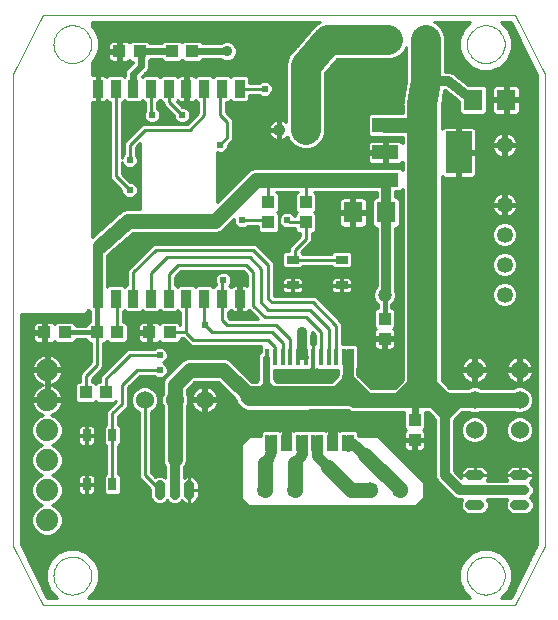
<source format=gtl>
G75*
%MOIN*%
%OFA0B0*%
%FSLAX24Y24*%
%IPPOS*%
%LPD*%
%AMOC8*
5,1,8,0,0,1.08239X$1,22.5*
%
%ADD10C,0.0000*%
%ADD11R,0.0137X0.0550*%
%ADD12C,0.0540*%
%ADD13C,0.0531*%
%ADD14R,0.0880X0.0480*%
%ADD15R,0.0866X0.1417*%
%ADD16R,0.0630X0.0709*%
%ADD17R,0.0394X0.0433*%
%ADD18C,0.0600*%
%ADD19C,0.0317*%
%ADD20C,0.0413*%
%ADD21R,0.0433X0.0394*%
%ADD22C,0.0740*%
%ADD23R,0.0354X0.0585*%
%ADD24R,0.0256X0.0413*%
%ADD25R,0.0413X0.0256*%
%ADD26C,0.0160*%
%ADD27C,0.0100*%
%ADD28C,0.0240*%
%ADD29C,0.0240*%
%ADD30C,0.0138*%
%ADD31C,0.0500*%
%ADD32C,0.0354*%
%ADD33C,0.1000*%
%ADD34C,0.0320*%
%ADD35C,0.0660*%
%ADD36C,0.0400*%
%ADD37C,0.0356*%
%ADD38C,0.0472*%
D10*
X001699Y000307D02*
X000714Y002276D01*
X000714Y018024D01*
X001699Y019993D01*
X017447Y019993D01*
X018431Y018024D01*
X018431Y002276D01*
X017447Y000307D01*
X001699Y000307D01*
X002053Y001292D02*
X002055Y001342D01*
X002061Y001392D01*
X002071Y001441D01*
X002085Y001489D01*
X002102Y001536D01*
X002123Y001581D01*
X002148Y001625D01*
X002176Y001666D01*
X002208Y001705D01*
X002242Y001742D01*
X002279Y001776D01*
X002319Y001806D01*
X002361Y001833D01*
X002405Y001857D01*
X002451Y001878D01*
X002498Y001894D01*
X002546Y001907D01*
X002596Y001916D01*
X002645Y001921D01*
X002696Y001922D01*
X002746Y001919D01*
X002795Y001912D01*
X002844Y001901D01*
X002892Y001886D01*
X002938Y001868D01*
X002983Y001846D01*
X003026Y001820D01*
X003067Y001791D01*
X003106Y001759D01*
X003142Y001724D01*
X003174Y001686D01*
X003204Y001646D01*
X003231Y001603D01*
X003254Y001559D01*
X003273Y001513D01*
X003289Y001465D01*
X003301Y001416D01*
X003309Y001367D01*
X003313Y001317D01*
X003313Y001267D01*
X003309Y001217D01*
X003301Y001168D01*
X003289Y001119D01*
X003273Y001071D01*
X003254Y001025D01*
X003231Y000981D01*
X003204Y000938D01*
X003174Y000898D01*
X003142Y000860D01*
X003106Y000825D01*
X003067Y000793D01*
X003026Y000764D01*
X002983Y000738D01*
X002938Y000716D01*
X002892Y000698D01*
X002844Y000683D01*
X002795Y000672D01*
X002746Y000665D01*
X002696Y000662D01*
X002645Y000663D01*
X002596Y000668D01*
X002546Y000677D01*
X002498Y000690D01*
X002451Y000706D01*
X002405Y000727D01*
X002361Y000751D01*
X002319Y000778D01*
X002279Y000808D01*
X002242Y000842D01*
X002208Y000879D01*
X002176Y000918D01*
X002148Y000959D01*
X002123Y001003D01*
X002102Y001048D01*
X002085Y001095D01*
X002071Y001143D01*
X002061Y001192D01*
X002055Y001242D01*
X002053Y001292D01*
X015832Y001292D02*
X015834Y001342D01*
X015840Y001392D01*
X015850Y001441D01*
X015864Y001489D01*
X015881Y001536D01*
X015902Y001581D01*
X015927Y001625D01*
X015955Y001666D01*
X015987Y001705D01*
X016021Y001742D01*
X016058Y001776D01*
X016098Y001806D01*
X016140Y001833D01*
X016184Y001857D01*
X016230Y001878D01*
X016277Y001894D01*
X016325Y001907D01*
X016375Y001916D01*
X016424Y001921D01*
X016475Y001922D01*
X016525Y001919D01*
X016574Y001912D01*
X016623Y001901D01*
X016671Y001886D01*
X016717Y001868D01*
X016762Y001846D01*
X016805Y001820D01*
X016846Y001791D01*
X016885Y001759D01*
X016921Y001724D01*
X016953Y001686D01*
X016983Y001646D01*
X017010Y001603D01*
X017033Y001559D01*
X017052Y001513D01*
X017068Y001465D01*
X017080Y001416D01*
X017088Y001367D01*
X017092Y001317D01*
X017092Y001267D01*
X017088Y001217D01*
X017080Y001168D01*
X017068Y001119D01*
X017052Y001071D01*
X017033Y001025D01*
X017010Y000981D01*
X016983Y000938D01*
X016953Y000898D01*
X016921Y000860D01*
X016885Y000825D01*
X016846Y000793D01*
X016805Y000764D01*
X016762Y000738D01*
X016717Y000716D01*
X016671Y000698D01*
X016623Y000683D01*
X016574Y000672D01*
X016525Y000665D01*
X016475Y000662D01*
X016424Y000663D01*
X016375Y000668D01*
X016325Y000677D01*
X016277Y000690D01*
X016230Y000706D01*
X016184Y000727D01*
X016140Y000751D01*
X016098Y000778D01*
X016058Y000808D01*
X016021Y000842D01*
X015987Y000879D01*
X015955Y000918D01*
X015927Y000959D01*
X015902Y001003D01*
X015881Y001048D01*
X015864Y001095D01*
X015850Y001143D01*
X015840Y001192D01*
X015834Y001242D01*
X015832Y001292D01*
X015832Y019008D02*
X015834Y019058D01*
X015840Y019108D01*
X015850Y019157D01*
X015864Y019205D01*
X015881Y019252D01*
X015902Y019297D01*
X015927Y019341D01*
X015955Y019382D01*
X015987Y019421D01*
X016021Y019458D01*
X016058Y019492D01*
X016098Y019522D01*
X016140Y019549D01*
X016184Y019573D01*
X016230Y019594D01*
X016277Y019610D01*
X016325Y019623D01*
X016375Y019632D01*
X016424Y019637D01*
X016475Y019638D01*
X016525Y019635D01*
X016574Y019628D01*
X016623Y019617D01*
X016671Y019602D01*
X016717Y019584D01*
X016762Y019562D01*
X016805Y019536D01*
X016846Y019507D01*
X016885Y019475D01*
X016921Y019440D01*
X016953Y019402D01*
X016983Y019362D01*
X017010Y019319D01*
X017033Y019275D01*
X017052Y019229D01*
X017068Y019181D01*
X017080Y019132D01*
X017088Y019083D01*
X017092Y019033D01*
X017092Y018983D01*
X017088Y018933D01*
X017080Y018884D01*
X017068Y018835D01*
X017052Y018787D01*
X017033Y018741D01*
X017010Y018697D01*
X016983Y018654D01*
X016953Y018614D01*
X016921Y018576D01*
X016885Y018541D01*
X016846Y018509D01*
X016805Y018480D01*
X016762Y018454D01*
X016717Y018432D01*
X016671Y018414D01*
X016623Y018399D01*
X016574Y018388D01*
X016525Y018381D01*
X016475Y018378D01*
X016424Y018379D01*
X016375Y018384D01*
X016325Y018393D01*
X016277Y018406D01*
X016230Y018422D01*
X016184Y018443D01*
X016140Y018467D01*
X016098Y018494D01*
X016058Y018524D01*
X016021Y018558D01*
X015987Y018595D01*
X015955Y018634D01*
X015927Y018675D01*
X015902Y018719D01*
X015881Y018764D01*
X015864Y018811D01*
X015850Y018859D01*
X015840Y018908D01*
X015834Y018958D01*
X015832Y019008D01*
X002053Y019008D02*
X002055Y019058D01*
X002061Y019108D01*
X002071Y019157D01*
X002085Y019205D01*
X002102Y019252D01*
X002123Y019297D01*
X002148Y019341D01*
X002176Y019382D01*
X002208Y019421D01*
X002242Y019458D01*
X002279Y019492D01*
X002319Y019522D01*
X002361Y019549D01*
X002405Y019573D01*
X002451Y019594D01*
X002498Y019610D01*
X002546Y019623D01*
X002596Y019632D01*
X002645Y019637D01*
X002696Y019638D01*
X002746Y019635D01*
X002795Y019628D01*
X002844Y019617D01*
X002892Y019602D01*
X002938Y019584D01*
X002983Y019562D01*
X003026Y019536D01*
X003067Y019507D01*
X003106Y019475D01*
X003142Y019440D01*
X003174Y019402D01*
X003204Y019362D01*
X003231Y019319D01*
X003254Y019275D01*
X003273Y019229D01*
X003289Y019181D01*
X003301Y019132D01*
X003309Y019083D01*
X003313Y019033D01*
X003313Y018983D01*
X003309Y018933D01*
X003301Y018884D01*
X003289Y018835D01*
X003273Y018787D01*
X003254Y018741D01*
X003231Y018697D01*
X003204Y018654D01*
X003174Y018614D01*
X003142Y018576D01*
X003106Y018541D01*
X003067Y018509D01*
X003026Y018480D01*
X002983Y018454D01*
X002938Y018432D01*
X002892Y018414D01*
X002844Y018399D01*
X002795Y018388D01*
X002746Y018381D01*
X002696Y018378D01*
X002645Y018379D01*
X002596Y018384D01*
X002546Y018393D01*
X002498Y018406D01*
X002451Y018422D01*
X002405Y018443D01*
X002361Y018467D01*
X002319Y018494D01*
X002279Y018524D01*
X002242Y018558D01*
X002208Y018595D01*
X002176Y018634D01*
X002148Y018675D01*
X002123Y018719D01*
X002102Y018764D01*
X002085Y018811D01*
X002071Y018859D01*
X002061Y018908D01*
X002055Y018958D01*
X002053Y019008D01*
D11*
X009181Y008589D03*
X009437Y008589D03*
X009693Y008589D03*
X009949Y008589D03*
X010205Y008589D03*
X010460Y008589D03*
X010716Y008589D03*
X010972Y008589D03*
X011228Y008589D03*
X011484Y008589D03*
X011740Y008589D03*
X011996Y008589D03*
X011996Y005711D03*
X011740Y005711D03*
X011484Y005711D03*
X011228Y005711D03*
X010972Y005711D03*
X010716Y005711D03*
X010460Y005711D03*
X010205Y005711D03*
X009949Y005711D03*
X009693Y005711D03*
X009437Y005711D03*
X009181Y005711D03*
D12*
X017088Y015650D03*
D13*
X017088Y013650D03*
X017088Y012650D03*
X017088Y011650D03*
X017088Y010650D03*
X013588Y004150D03*
X012588Y004150D03*
X010088Y004150D03*
X009088Y004150D03*
X012338Y019150D03*
X013338Y019150D03*
X014338Y019150D03*
D14*
X013118Y016310D03*
X013118Y015400D03*
X013118Y014490D03*
D15*
X015559Y015400D03*
D16*
X016037Y017150D03*
X017140Y017150D03*
X013140Y013400D03*
X012037Y013400D03*
D17*
X010463Y013065D03*
X010463Y013735D03*
X009213Y013735D03*
X009213Y013065D03*
X013088Y009860D03*
X013088Y009190D03*
X014088Y006485D03*
X014088Y005815D03*
D18*
X016088Y006150D03*
X016088Y007150D03*
X016088Y008150D03*
X017588Y008150D03*
X017588Y007150D03*
X017588Y006150D03*
X007088Y007150D03*
X006088Y007150D03*
X005088Y007150D03*
D19*
X005588Y004308D02*
X005588Y003992D01*
X006088Y003992D02*
X006088Y004308D01*
X006581Y004308D02*
X006581Y003992D01*
X015930Y004150D02*
X016247Y004150D01*
X016247Y004642D02*
X015930Y004642D01*
X015930Y003650D02*
X016247Y003650D01*
X017430Y003650D02*
X017747Y003650D01*
X017747Y004150D02*
X017430Y004150D01*
X017430Y004642D02*
X017747Y004642D01*
D20*
X010357Y016150D03*
X009570Y016150D03*
D21*
X006673Y018775D03*
X006004Y018775D03*
X004923Y018775D03*
X004254Y018775D03*
X004173Y009400D03*
X003504Y009400D03*
X002423Y009400D03*
X001754Y009400D03*
X003129Y007400D03*
X003798Y007400D03*
X005254Y009400D03*
X005923Y009400D03*
D22*
X001838Y008150D03*
X001838Y007150D03*
X001838Y006150D03*
X001838Y005150D03*
X001838Y004150D03*
X001838Y003150D03*
D23*
X003534Y010524D03*
X004125Y010524D03*
X004715Y010524D03*
X005306Y010524D03*
X005897Y010524D03*
X006487Y010524D03*
X007078Y010524D03*
X007668Y010524D03*
X008259Y010524D03*
X008259Y017526D03*
X007668Y017526D03*
X007078Y017526D03*
X006487Y017526D03*
X005897Y017526D03*
X005306Y017526D03*
X004715Y017526D03*
X004125Y017526D03*
X003534Y017526D03*
D24*
X003165Y005967D03*
X004012Y005967D03*
X004012Y004333D03*
X003165Y004333D03*
D25*
X010022Y010977D03*
X010022Y011823D03*
X011655Y011823D03*
X011655Y010977D03*
D26*
X013088Y010650D02*
X013088Y009860D01*
X014651Y007713D02*
X014463Y007525D01*
X014338Y007525D01*
X010460Y008589D02*
X010338Y008711D01*
X010338Y008900D01*
X010460Y008589D02*
X010205Y008589D01*
X009140Y007552D02*
X009140Y007276D01*
X009139Y007275D01*
X007713Y008150D02*
X007588Y008150D01*
X009181Y005124D02*
X009088Y005032D01*
X006588Y004150D02*
X006581Y004150D01*
X003504Y009400D02*
X002423Y009400D01*
X003504Y009400D02*
X003504Y010494D01*
X010357Y016150D02*
X010463Y016150D01*
X010463Y018150D02*
X010713Y018150D01*
X011463Y019025D01*
X010463Y018275D02*
X010463Y018150D01*
X013213Y019150D02*
X013338Y019150D01*
X014463Y017900D02*
X014463Y017775D01*
X004963Y018735D02*
X004923Y018775D01*
D27*
X001803Y001234D02*
X001515Y001234D01*
X001466Y001332D02*
X001803Y001332D01*
X001803Y001431D02*
X001417Y001431D01*
X001367Y001529D02*
X001829Y001529D01*
X001803Y001467D02*
X001803Y001117D01*
X001937Y000793D01*
X002173Y000557D01*
X001853Y000557D01*
X000964Y002335D01*
X000964Y010025D01*
X003088Y010025D01*
X003220Y010157D01*
X003274Y010103D01*
X003274Y009747D01*
X003225Y009747D01*
X003137Y009659D01*
X003137Y009630D01*
X002790Y009630D01*
X002790Y009659D01*
X002702Y009747D01*
X002144Y009747D01*
X002088Y009691D01*
X002062Y009717D01*
X002028Y009737D01*
X001990Y009747D01*
X001802Y009747D01*
X001802Y009448D01*
X001705Y009448D01*
X001705Y009352D01*
X001387Y009352D01*
X001387Y009183D01*
X001397Y009145D01*
X001417Y009111D01*
X001445Y009083D01*
X001479Y009063D01*
X001518Y009053D01*
X001705Y009053D01*
X001705Y009352D01*
X001802Y009352D01*
X001802Y009053D01*
X001990Y009053D01*
X002028Y009063D01*
X002062Y009083D01*
X002088Y009109D01*
X002144Y009053D01*
X002702Y009053D01*
X002790Y009141D01*
X002790Y009170D01*
X003137Y009170D01*
X003137Y009141D01*
X003225Y009053D01*
X003304Y009053D01*
X003304Y008398D01*
X002929Y008023D01*
X002929Y007747D01*
X002850Y007747D01*
X002762Y007659D01*
X002762Y007141D01*
X002850Y007053D01*
X003407Y007053D01*
X003463Y007109D01*
X003519Y007053D01*
X004077Y007053D01*
X004138Y007115D01*
X004138Y007108D01*
X003812Y006781D01*
X003812Y006314D01*
X003734Y006236D01*
X003734Y005698D01*
X003812Y005620D01*
X003812Y004680D01*
X003734Y004602D01*
X003734Y004064D01*
X003822Y003976D01*
X004202Y003976D01*
X004290Y004064D01*
X004290Y004602D01*
X004212Y004680D01*
X004212Y005620D01*
X004290Y005698D01*
X004290Y006236D01*
X004212Y006314D01*
X004212Y006615D01*
X004421Y006825D01*
X004538Y006942D01*
X004538Y007567D01*
X004921Y007950D01*
X005407Y007950D01*
X005435Y007921D01*
X005535Y007880D01*
X005642Y007880D01*
X005741Y007921D01*
X005817Y007997D01*
X005858Y008096D01*
X005858Y008204D01*
X005817Y008303D01*
X005741Y008379D01*
X005690Y008400D01*
X005741Y008421D01*
X005817Y008497D01*
X005858Y008596D01*
X005858Y008704D01*
X005817Y008803D01*
X005741Y008879D01*
X005642Y008920D01*
X005535Y008920D01*
X005435Y008879D01*
X005407Y008850D01*
X004506Y008850D01*
X004388Y008733D01*
X003826Y008170D01*
X003756Y008100D01*
X003598Y007942D01*
X003598Y007747D01*
X003519Y007747D01*
X003463Y007691D01*
X003407Y007747D01*
X003329Y007747D01*
X003329Y007858D01*
X003704Y008233D01*
X003704Y009053D01*
X003782Y009053D01*
X003838Y009109D01*
X003894Y009053D01*
X004452Y009053D01*
X004540Y009141D01*
X004540Y009659D01*
X004452Y009747D01*
X004373Y009747D01*
X004373Y010091D01*
X004420Y010138D01*
X004476Y010082D01*
X004955Y010082D01*
X005011Y010138D01*
X005067Y010082D01*
X005545Y010082D01*
X005601Y010138D01*
X005657Y010082D01*
X006136Y010082D01*
X006192Y010138D01*
X006248Y010082D01*
X006287Y010082D01*
X006287Y009662D01*
X006202Y009747D01*
X005644Y009747D01*
X005588Y009691D01*
X005562Y009717D01*
X005528Y009737D01*
X005490Y009747D01*
X005302Y009747D01*
X005302Y009448D01*
X005205Y009448D01*
X005205Y009352D01*
X004887Y009352D01*
X004887Y009183D01*
X004897Y009145D01*
X004917Y009111D01*
X004945Y009083D01*
X004979Y009063D01*
X005018Y009053D01*
X005205Y009053D01*
X005205Y009352D01*
X005302Y009352D01*
X005302Y009053D01*
X005490Y009053D01*
X005528Y009063D01*
X005562Y009083D01*
X005588Y009109D01*
X005644Y009053D01*
X006202Y009053D01*
X006290Y009141D01*
X006290Y009200D01*
X006381Y009200D01*
X006404Y009176D01*
X006513Y009067D01*
X006631Y008950D01*
X008986Y008950D01*
X008962Y008927D01*
X008962Y008755D01*
X008911Y008703D01*
X008870Y008604D01*
X008870Y007813D01*
X008860Y007803D01*
X008812Y007755D01*
X008674Y007755D01*
X007940Y008489D01*
X007793Y008550D01*
X006509Y008550D01*
X006362Y008489D01*
X006249Y008377D01*
X005749Y007877D01*
X005688Y007730D01*
X005688Y007360D01*
X005638Y007240D01*
X005638Y007060D01*
X005688Y006940D01*
X005688Y005110D01*
X005749Y004963D01*
X005778Y004934D01*
X005778Y004555D01*
X005763Y004570D01*
X005650Y004617D01*
X005527Y004617D01*
X005440Y004581D01*
X005288Y004733D01*
X005288Y006746D01*
X005343Y006769D01*
X005470Y006895D01*
X005538Y007060D01*
X005538Y007240D01*
X005470Y007405D01*
X005343Y007531D01*
X005178Y007600D01*
X004999Y007600D01*
X004834Y007531D01*
X004707Y007405D01*
X004638Y007240D01*
X004638Y007060D01*
X004707Y006895D01*
X004834Y006769D01*
X004888Y006746D01*
X004888Y004567D01*
X005006Y004450D01*
X005280Y004176D01*
X005280Y003930D01*
X005327Y003817D01*
X005414Y003730D01*
X005527Y003683D01*
X005650Y003683D01*
X005763Y003730D01*
X005838Y003805D01*
X005914Y003730D01*
X006027Y003683D01*
X006150Y003683D01*
X006263Y003730D01*
X006336Y003803D01*
X006341Y003795D01*
X006384Y003752D01*
X006434Y003718D01*
X006491Y003695D01*
X006550Y003683D01*
X006581Y003683D01*
X006611Y003683D01*
X006671Y003695D01*
X006727Y003718D01*
X006777Y003752D01*
X006820Y003795D01*
X006854Y003845D01*
X006877Y003902D01*
X006889Y003961D01*
X006889Y004150D01*
X006889Y004339D01*
X006877Y004398D01*
X006854Y004455D01*
X006820Y004505D01*
X006777Y004548D01*
X006727Y004582D01*
X006671Y004605D01*
X006611Y004617D01*
X006581Y004617D01*
X006581Y004150D01*
X006889Y004150D01*
X006581Y004150D01*
X006581Y004150D01*
X006581Y004150D01*
X006581Y003683D01*
X006581Y004150D01*
X006581Y004150D01*
X006581Y004617D01*
X006550Y004617D01*
X006491Y004605D01*
X006434Y004582D01*
X006398Y004558D01*
X006398Y004934D01*
X006428Y004963D01*
X006488Y005110D01*
X006488Y006940D01*
X006538Y007060D01*
X006538Y007240D01*
X006488Y007360D01*
X006488Y007484D01*
X006754Y007750D01*
X007548Y007750D01*
X008108Y007189D01*
X008108Y007180D01*
X008182Y007003D01*
X008317Y006868D01*
X008493Y006795D01*
X009234Y006795D01*
X009237Y006796D01*
X011862Y006802D01*
X011987Y006750D01*
X013742Y006750D01*
X013742Y006206D01*
X013798Y006150D01*
X013772Y006124D01*
X013752Y006090D01*
X013742Y006052D01*
X013742Y005864D01*
X014040Y005864D01*
X014040Y005767D01*
X013742Y005767D01*
X013742Y005579D01*
X013752Y005541D01*
X013772Y005507D01*
X013799Y005479D01*
X013834Y005459D01*
X013872Y005449D01*
X014040Y005449D01*
X014040Y005767D01*
X014137Y005767D01*
X014137Y005864D01*
X014435Y005864D01*
X014435Y006052D01*
X014425Y006090D01*
X014405Y006124D01*
X014379Y006150D01*
X014435Y006206D01*
X014435Y006750D01*
X014550Y006750D01*
X014752Y006548D01*
X014778Y006484D01*
X014778Y004588D01*
X014826Y004474D01*
X014913Y004387D01*
X015413Y003887D01*
X015527Y003840D01*
X015684Y003840D01*
X015669Y003825D01*
X015622Y003711D01*
X015622Y003589D01*
X015669Y003475D01*
X015755Y003389D01*
X015869Y003342D01*
X016308Y003342D01*
X016422Y003389D01*
X016508Y003475D01*
X016555Y003589D01*
X016555Y003711D01*
X016508Y003825D01*
X016493Y003840D01*
X017184Y003840D01*
X017169Y003825D01*
X017122Y003711D01*
X017122Y003589D01*
X017169Y003475D01*
X017255Y003389D01*
X017369Y003342D01*
X017808Y003342D01*
X017922Y003389D01*
X018008Y003475D01*
X018055Y003589D01*
X018055Y003711D01*
X018008Y003825D01*
X017933Y003900D01*
X018008Y003975D01*
X018055Y004089D01*
X018055Y004211D01*
X018008Y004325D01*
X017936Y004397D01*
X017943Y004403D01*
X017986Y004446D01*
X018020Y004496D01*
X018043Y004552D01*
X018055Y004612D01*
X018055Y004642D01*
X017588Y004642D01*
X017122Y004642D01*
X017122Y004612D01*
X017133Y004552D01*
X017157Y004496D01*
X017181Y004460D01*
X016496Y004460D01*
X016520Y004496D01*
X016543Y004552D01*
X016555Y004612D01*
X016555Y004642D01*
X016088Y004642D01*
X015622Y004642D01*
X015622Y004612D01*
X015633Y004552D01*
X015640Y004537D01*
X015398Y004778D01*
X015398Y006465D01*
X015683Y006750D01*
X015878Y006750D01*
X015999Y006700D01*
X016178Y006700D01*
X016299Y006750D01*
X017378Y006750D01*
X017499Y006700D01*
X017678Y006700D01*
X017843Y006769D01*
X017970Y006895D01*
X018038Y007060D01*
X018038Y007240D01*
X017970Y007405D01*
X017843Y007531D01*
X017678Y007600D01*
X017499Y007600D01*
X017378Y007550D01*
X016299Y007550D01*
X016178Y007600D01*
X015999Y007600D01*
X015878Y007550D01*
X015252Y007550D01*
X014988Y007813D01*
X014988Y014629D01*
X015005Y014599D01*
X015033Y014571D01*
X015068Y014552D01*
X015106Y014541D01*
X015509Y014541D01*
X015509Y015350D01*
X015609Y015350D01*
X015609Y015450D01*
X016142Y015450D01*
X016142Y016128D01*
X016131Y016167D01*
X016112Y016201D01*
X016084Y016229D01*
X016049Y016248D01*
X016011Y016259D01*
X015609Y016259D01*
X015609Y015450D01*
X015509Y015450D01*
X015509Y016259D01*
X015106Y016259D01*
X015068Y016248D01*
X015033Y016229D01*
X015005Y016201D01*
X014988Y016171D01*
X014988Y016971D01*
X015071Y017465D01*
X015109Y017465D01*
X015572Y017114D01*
X015572Y016734D01*
X015660Y016646D01*
X016414Y016646D01*
X016502Y016734D01*
X016502Y017566D01*
X016414Y017654D01*
X015885Y017654D01*
X015418Y018009D01*
X015389Y018038D01*
X015369Y018046D01*
X015352Y018059D01*
X015313Y018070D01*
X015275Y018085D01*
X015253Y018085D01*
X015232Y018091D01*
X015192Y018085D01*
X015113Y018085D01*
X015113Y019279D01*
X015014Y019518D01*
X014832Y019701D01*
X014731Y019743D01*
X015952Y019743D01*
X015716Y019507D01*
X015583Y019183D01*
X015583Y018833D01*
X015716Y018510D01*
X015964Y018262D01*
X016287Y018128D01*
X016637Y018128D01*
X016961Y018262D01*
X017208Y018510D01*
X017342Y018833D01*
X017342Y019183D01*
X017208Y019507D01*
X016973Y019743D01*
X017292Y019743D01*
X018181Y017965D01*
X018181Y002335D01*
X017292Y000557D01*
X016973Y000557D01*
X017208Y000793D01*
X017342Y001117D01*
X017342Y001467D01*
X017208Y001790D01*
X016961Y002038D01*
X016637Y002172D01*
X016287Y002172D01*
X015964Y002038D01*
X015716Y001790D01*
X015583Y001467D01*
X015583Y001117D01*
X015716Y000793D01*
X015952Y000557D01*
X003193Y000557D01*
X003429Y000793D01*
X003563Y001117D01*
X003563Y001467D01*
X003429Y001790D01*
X003181Y002038D01*
X002858Y002172D01*
X002508Y002172D01*
X002184Y002038D01*
X001937Y001790D01*
X001803Y001467D01*
X001870Y001628D02*
X001318Y001628D01*
X001269Y001726D02*
X001910Y001726D01*
X001971Y001825D02*
X001220Y001825D01*
X001170Y001923D02*
X002070Y001923D01*
X002168Y002022D02*
X001121Y002022D01*
X001072Y002120D02*
X002383Y002120D01*
X002133Y002709D02*
X001942Y002630D01*
X001735Y002630D01*
X001544Y002709D01*
X001398Y002855D01*
X001318Y003047D01*
X001318Y003253D01*
X001398Y003445D01*
X001544Y003591D01*
X001687Y003650D01*
X001544Y003709D01*
X001398Y003855D01*
X001318Y004047D01*
X001318Y004253D01*
X001398Y004445D01*
X001544Y004591D01*
X001687Y004650D01*
X001544Y004709D01*
X001398Y004855D01*
X001318Y005047D01*
X001318Y005253D01*
X001398Y005445D01*
X001544Y005591D01*
X001687Y005650D01*
X001544Y005709D01*
X001398Y005855D01*
X001318Y006047D01*
X001318Y006253D01*
X001398Y006445D01*
X001544Y006591D01*
X001690Y006651D01*
X001639Y006668D01*
X001566Y006705D01*
X001500Y006753D01*
X001442Y006811D01*
X001394Y006877D01*
X001357Y006950D01*
X001331Y007028D01*
X001320Y007100D01*
X001788Y007100D01*
X001788Y007200D01*
X001320Y007200D01*
X001331Y007272D01*
X001357Y007350D01*
X001394Y007423D01*
X001442Y007489D01*
X001500Y007547D01*
X001566Y007595D01*
X001639Y007632D01*
X001695Y007650D01*
X001639Y007668D01*
X001566Y007705D01*
X001500Y007753D01*
X001442Y007811D01*
X001394Y007877D01*
X001357Y007950D01*
X001331Y008028D01*
X001320Y008100D01*
X001788Y008100D01*
X001788Y008200D01*
X001320Y008200D01*
X001331Y008272D01*
X001357Y008350D01*
X001394Y008423D01*
X001442Y008489D01*
X001500Y008547D01*
X001566Y008595D01*
X001639Y008632D01*
X001717Y008657D01*
X001788Y008669D01*
X001788Y008200D01*
X001888Y008200D01*
X001888Y008669D01*
X001960Y008657D01*
X002038Y008632D01*
X002111Y008595D01*
X002177Y008547D01*
X002235Y008489D01*
X002283Y008423D01*
X002320Y008350D01*
X002346Y008272D01*
X002357Y008200D01*
X001888Y008200D01*
X001888Y008100D01*
X001888Y007631D01*
X001888Y007200D01*
X001788Y007200D01*
X001788Y008100D01*
X001888Y008100D01*
X002357Y008100D01*
X002346Y008028D01*
X002320Y007950D01*
X002283Y007877D01*
X002235Y007811D01*
X002177Y007753D01*
X002111Y007705D01*
X002038Y007668D01*
X001982Y007650D01*
X002038Y007632D01*
X002111Y007595D01*
X002177Y007547D01*
X002235Y007489D01*
X002283Y007423D01*
X002320Y007350D01*
X002346Y007272D01*
X002357Y007200D01*
X001888Y007200D01*
X001888Y007100D01*
X002357Y007100D01*
X002346Y007028D01*
X002320Y006950D01*
X002283Y006877D01*
X002235Y006811D01*
X002177Y006753D01*
X002111Y006705D01*
X002038Y006668D01*
X001987Y006651D01*
X002133Y006591D01*
X002279Y006445D01*
X002358Y006253D01*
X002358Y006047D01*
X002279Y005855D01*
X002133Y005709D01*
X001990Y005650D01*
X002133Y005591D01*
X002279Y005445D01*
X002358Y005253D01*
X002358Y005047D01*
X002279Y004855D01*
X002133Y004709D01*
X001990Y004650D01*
X002133Y004591D01*
X002279Y004445D01*
X002358Y004253D01*
X002358Y004047D01*
X002279Y003855D01*
X002133Y003709D01*
X001990Y003650D01*
X002133Y003591D01*
X002279Y003445D01*
X002358Y003253D01*
X002358Y003047D01*
X002279Y002855D01*
X002133Y002709D01*
X002135Y002711D02*
X018181Y002711D01*
X018181Y002613D02*
X000964Y002613D01*
X000964Y002711D02*
X001542Y002711D01*
X001444Y002810D02*
X000964Y002810D01*
X000964Y002908D02*
X001376Y002908D01*
X001335Y003007D02*
X000964Y003007D01*
X000964Y003105D02*
X001318Y003105D01*
X001318Y003204D02*
X000964Y003204D01*
X000964Y003302D02*
X001339Y003302D01*
X001379Y003401D02*
X000964Y003401D01*
X000964Y003499D02*
X001452Y003499D01*
X001560Y003598D02*
X000964Y003598D01*
X000964Y003696D02*
X001576Y003696D01*
X001459Y003795D02*
X000964Y003795D01*
X000964Y003893D02*
X001382Y003893D01*
X001341Y003992D02*
X000964Y003992D01*
X000964Y004090D02*
X001318Y004090D01*
X001318Y004189D02*
X000964Y004189D01*
X000964Y004287D02*
X001332Y004287D01*
X001373Y004386D02*
X000964Y004386D01*
X000964Y004484D02*
X001437Y004484D01*
X001536Y004583D02*
X000964Y004583D01*
X000964Y004681D02*
X001612Y004681D01*
X001474Y004780D02*
X000964Y004780D01*
X000964Y004878D02*
X001388Y004878D01*
X001347Y004977D02*
X000964Y004977D01*
X000964Y005075D02*
X001318Y005075D01*
X001318Y005174D02*
X000964Y005174D01*
X000964Y005272D02*
X001326Y005272D01*
X001367Y005371D02*
X000964Y005371D01*
X000964Y005469D02*
X001422Y005469D01*
X001521Y005568D02*
X000964Y005568D01*
X000964Y005666D02*
X001648Y005666D01*
X001489Y005765D02*
X000964Y005765D01*
X000964Y005863D02*
X001394Y005863D01*
X001354Y005962D02*
X000964Y005962D01*
X000964Y006060D02*
X001318Y006060D01*
X001318Y006159D02*
X000964Y006159D01*
X000964Y006257D02*
X001320Y006257D01*
X001361Y006356D02*
X000964Y006356D01*
X000964Y006454D02*
X001407Y006454D01*
X001506Y006553D02*
X000964Y006553D01*
X000964Y006651D02*
X001689Y006651D01*
X001505Y006750D02*
X000964Y006750D01*
X000964Y006848D02*
X001415Y006848D01*
X001359Y006947D02*
X000964Y006947D01*
X000964Y007045D02*
X001329Y007045D01*
X001327Y007242D02*
X000964Y007242D01*
X000964Y007144D02*
X001788Y007144D01*
X001788Y007242D02*
X001888Y007242D01*
X001888Y007144D02*
X002762Y007144D01*
X002762Y007242D02*
X002350Y007242D01*
X002323Y007341D02*
X002762Y007341D01*
X002762Y007439D02*
X002271Y007439D01*
X002186Y007538D02*
X002762Y007538D01*
X002762Y007636D02*
X002025Y007636D01*
X001888Y007636D02*
X001788Y007636D01*
X001788Y007538D02*
X001888Y007538D01*
X001888Y007439D02*
X001788Y007439D01*
X001788Y007341D02*
X001888Y007341D01*
X001651Y007636D02*
X000964Y007636D01*
X000964Y007538D02*
X001491Y007538D01*
X001406Y007439D02*
X000964Y007439D01*
X000964Y007341D02*
X001354Y007341D01*
X001526Y007735D02*
X000964Y007735D01*
X000964Y007833D02*
X001426Y007833D01*
X001366Y007932D02*
X000964Y007932D01*
X000964Y008030D02*
X001331Y008030D01*
X001324Y008227D02*
X000964Y008227D01*
X000964Y008129D02*
X001788Y008129D01*
X001788Y008227D02*
X001888Y008227D01*
X001888Y008129D02*
X003034Y008129D01*
X003133Y008227D02*
X002353Y008227D01*
X002328Y008326D02*
X003231Y008326D01*
X003304Y008424D02*
X002282Y008424D01*
X002201Y008523D02*
X003304Y008523D01*
X003304Y008621D02*
X002059Y008621D01*
X001888Y008621D02*
X001788Y008621D01*
X001788Y008523D02*
X001888Y008523D01*
X001888Y008424D02*
X001788Y008424D01*
X001788Y008326D02*
X001888Y008326D01*
X001617Y008621D02*
X000964Y008621D01*
X000964Y008523D02*
X001476Y008523D01*
X001395Y008424D02*
X000964Y008424D01*
X000964Y008326D02*
X001349Y008326D01*
X001788Y008030D02*
X001888Y008030D01*
X001888Y007932D02*
X001788Y007932D01*
X001788Y007833D02*
X001888Y007833D01*
X001888Y007735D02*
X001788Y007735D01*
X002151Y007735D02*
X002838Y007735D01*
X002929Y007833D02*
X002251Y007833D01*
X002311Y007932D02*
X002929Y007932D01*
X002936Y008030D02*
X002346Y008030D01*
X003129Y007940D02*
X003129Y007400D01*
X003420Y007735D02*
X003507Y007735D01*
X003598Y007833D02*
X003329Y007833D01*
X003403Y007932D02*
X003598Y007932D01*
X003686Y008030D02*
X003501Y008030D01*
X003600Y008129D02*
X003784Y008129D01*
X003698Y008227D02*
X003883Y008227D01*
X003981Y008326D02*
X003704Y008326D01*
X003704Y008424D02*
X004080Y008424D01*
X004178Y008523D02*
X003704Y008523D01*
X003704Y008621D02*
X004277Y008621D01*
X004375Y008720D02*
X003704Y008720D01*
X003704Y008818D02*
X004474Y008818D01*
X004588Y008650D02*
X005588Y008650D01*
X005828Y008523D02*
X006443Y008523D01*
X006297Y008424D02*
X005744Y008424D01*
X005795Y008326D02*
X006198Y008326D01*
X006100Y008227D02*
X005849Y008227D01*
X005858Y008129D02*
X006001Y008129D01*
X005903Y008030D02*
X005831Y008030D01*
X005804Y007932D02*
X005752Y007932D01*
X005731Y007833D02*
X004804Y007833D01*
X004706Y007735D02*
X005690Y007735D01*
X005688Y007636D02*
X004607Y007636D01*
X004538Y007538D02*
X004848Y007538D01*
X004741Y007439D02*
X004538Y007439D01*
X004538Y007341D02*
X004680Y007341D01*
X004639Y007242D02*
X004538Y007242D01*
X004538Y007144D02*
X004638Y007144D01*
X004645Y007045D02*
X004538Y007045D01*
X004538Y006947D02*
X004686Y006947D01*
X004754Y006848D02*
X004444Y006848D01*
X004346Y006750D02*
X004879Y006750D01*
X004888Y006651D02*
X004247Y006651D01*
X004212Y006553D02*
X004888Y006553D01*
X004888Y006454D02*
X004212Y006454D01*
X004212Y006356D02*
X004888Y006356D01*
X004888Y006257D02*
X004268Y006257D01*
X004290Y006159D02*
X004888Y006159D01*
X004888Y006060D02*
X004290Y006060D01*
X004290Y005962D02*
X004888Y005962D01*
X004888Y005863D02*
X004290Y005863D01*
X004290Y005765D02*
X004888Y005765D01*
X004888Y005666D02*
X004258Y005666D01*
X004212Y005568D02*
X004888Y005568D01*
X004888Y005469D02*
X004212Y005469D01*
X004212Y005371D02*
X004888Y005371D01*
X004888Y005272D02*
X004212Y005272D01*
X004212Y005174D02*
X004888Y005174D01*
X004888Y005075D02*
X004212Y005075D01*
X004212Y004977D02*
X004888Y004977D01*
X004888Y004878D02*
X004212Y004878D01*
X004212Y004780D02*
X004888Y004780D01*
X004888Y004681D02*
X004212Y004681D01*
X004290Y004583D02*
X004888Y004583D01*
X004972Y004484D02*
X004290Y004484D01*
X004290Y004386D02*
X005070Y004386D01*
X005169Y004287D02*
X004290Y004287D01*
X004290Y004189D02*
X005267Y004189D01*
X005280Y004090D02*
X004290Y004090D01*
X004217Y003992D02*
X005280Y003992D01*
X005295Y003893D02*
X002295Y003893D01*
X002336Y003992D02*
X002971Y003992D01*
X002979Y003987D02*
X003018Y003976D01*
X003151Y003976D01*
X003151Y004319D01*
X002887Y004319D01*
X002887Y004107D01*
X002897Y004068D01*
X002917Y004034D01*
X002945Y004006D01*
X002979Y003987D01*
X002892Y004090D02*
X002358Y004090D01*
X002358Y004189D02*
X002887Y004189D01*
X002887Y004287D02*
X002345Y004287D01*
X002304Y004386D02*
X002887Y004386D01*
X002887Y004347D02*
X003151Y004347D01*
X003151Y004319D01*
X003179Y004319D01*
X003179Y003976D01*
X003313Y003976D01*
X003351Y003987D01*
X003385Y004006D01*
X003413Y004034D01*
X003433Y004068D01*
X003443Y004107D01*
X003443Y004319D01*
X003179Y004319D01*
X003179Y004347D01*
X003151Y004347D01*
X003151Y004690D01*
X003018Y004690D01*
X002979Y004680D01*
X002945Y004660D01*
X002917Y004632D01*
X002897Y004598D01*
X002887Y004560D01*
X002887Y004347D01*
X002887Y004484D02*
X002240Y004484D01*
X002141Y004583D02*
X002893Y004583D01*
X002985Y004681D02*
X002065Y004681D01*
X002203Y004780D02*
X003812Y004780D01*
X003812Y004878D02*
X002289Y004878D01*
X002329Y004977D02*
X003812Y004977D01*
X003812Y005075D02*
X002358Y005075D01*
X002358Y005174D02*
X003812Y005174D01*
X003812Y005272D02*
X002351Y005272D01*
X002310Y005371D02*
X003812Y005371D01*
X003812Y005469D02*
X002255Y005469D01*
X002156Y005568D02*
X003812Y005568D01*
X003766Y005666D02*
X003411Y005666D01*
X003413Y005668D02*
X003433Y005702D01*
X003443Y005740D01*
X003443Y005953D01*
X003179Y005953D01*
X003179Y005610D01*
X003313Y005610D01*
X003351Y005620D01*
X003385Y005640D01*
X003413Y005668D01*
X003443Y005765D02*
X003734Y005765D01*
X003734Y005863D02*
X003443Y005863D01*
X003443Y005981D02*
X003443Y006193D01*
X003433Y006232D01*
X003413Y006266D01*
X003385Y006294D01*
X003351Y006313D01*
X003313Y006324D01*
X003179Y006324D01*
X003179Y005981D01*
X003151Y005981D01*
X003151Y005953D01*
X002887Y005953D01*
X002887Y005740D01*
X002897Y005702D01*
X002917Y005668D01*
X002945Y005640D01*
X002979Y005620D01*
X003018Y005610D01*
X003151Y005610D01*
X003151Y005953D01*
X003179Y005953D01*
X003179Y005981D01*
X003443Y005981D01*
X003443Y006060D02*
X003734Y006060D01*
X003734Y005962D02*
X003179Y005962D01*
X003151Y005962D02*
X002323Y005962D01*
X002358Y006060D02*
X002887Y006060D01*
X002887Y005981D02*
X002887Y006193D01*
X002897Y006232D01*
X002917Y006266D01*
X002945Y006294D01*
X002979Y006313D01*
X003018Y006324D01*
X003151Y006324D01*
X003151Y005981D01*
X002887Y005981D01*
X002887Y005863D02*
X002282Y005863D01*
X002188Y005765D02*
X002887Y005765D01*
X002919Y005666D02*
X002029Y005666D01*
X002358Y006159D02*
X002887Y006159D01*
X002912Y006257D02*
X002357Y006257D01*
X002316Y006356D02*
X003812Y006356D01*
X003812Y006454D02*
X002270Y006454D01*
X002171Y006553D02*
X003812Y006553D01*
X003812Y006651D02*
X001988Y006651D01*
X002172Y006750D02*
X003812Y006750D01*
X003879Y006848D02*
X002262Y006848D01*
X002318Y006947D02*
X003977Y006947D01*
X004076Y007045D02*
X002348Y007045D01*
X003151Y006257D02*
X003179Y006257D01*
X003179Y006159D02*
X003151Y006159D01*
X003151Y006060D02*
X003179Y006060D01*
X003179Y005863D02*
X003151Y005863D01*
X003151Y005765D02*
X003179Y005765D01*
X003179Y005666D02*
X003151Y005666D01*
X003443Y006159D02*
X003734Y006159D01*
X003755Y006257D02*
X003418Y006257D01*
X004012Y005967D02*
X004012Y006698D01*
X004338Y007025D01*
X004338Y007650D01*
X004838Y008150D01*
X005588Y008150D01*
X005425Y007932D02*
X004903Y007932D01*
X005329Y007538D02*
X005688Y007538D01*
X005688Y007439D02*
X005436Y007439D01*
X005497Y007341D02*
X005680Y007341D01*
X005639Y007242D02*
X005537Y007242D01*
X005538Y007144D02*
X005638Y007144D01*
X005645Y007045D02*
X005532Y007045D01*
X005491Y006947D02*
X005686Y006947D01*
X005688Y006848D02*
X005423Y006848D01*
X005297Y006750D02*
X005688Y006750D01*
X005688Y006651D02*
X005288Y006651D01*
X005288Y006553D02*
X005688Y006553D01*
X005688Y006454D02*
X005288Y006454D01*
X005288Y006356D02*
X005688Y006356D01*
X005688Y006257D02*
X005288Y006257D01*
X005288Y006159D02*
X005688Y006159D01*
X005688Y006060D02*
X005288Y006060D01*
X005288Y005962D02*
X005688Y005962D01*
X005688Y005863D02*
X005288Y005863D01*
X005288Y005765D02*
X005688Y005765D01*
X005688Y005666D02*
X005288Y005666D01*
X005288Y005568D02*
X005688Y005568D01*
X005688Y005469D02*
X005288Y005469D01*
X005288Y005371D02*
X005688Y005371D01*
X005688Y005272D02*
X005288Y005272D01*
X005288Y005174D02*
X005688Y005174D01*
X005703Y005075D02*
X005288Y005075D01*
X005288Y004977D02*
X005744Y004977D01*
X005778Y004878D02*
X005288Y004878D01*
X005288Y004780D02*
X005778Y004780D01*
X005778Y004681D02*
X005340Y004681D01*
X005439Y004583D02*
X005444Y004583D01*
X005733Y004583D02*
X005778Y004583D01*
X005588Y004150D02*
X005088Y004650D01*
X005088Y007150D01*
X004026Y008088D02*
X004588Y008650D01*
X004512Y009114D02*
X004916Y009114D01*
X004887Y009212D02*
X004540Y009212D01*
X004540Y009311D02*
X004887Y009311D01*
X004887Y009448D02*
X005205Y009448D01*
X005205Y009747D01*
X005018Y009747D01*
X004979Y009737D01*
X004945Y009717D01*
X004917Y009689D01*
X004897Y009655D01*
X004887Y009617D01*
X004887Y009448D01*
X004887Y009508D02*
X004540Y009508D01*
X004540Y009606D02*
X004887Y009606D01*
X004933Y009705D02*
X004494Y009705D01*
X004373Y009803D02*
X006287Y009803D01*
X006287Y009705D02*
X006244Y009705D01*
X006287Y009902D02*
X004373Y009902D01*
X004373Y010000D02*
X006287Y010000D01*
X006231Y010099D02*
X006153Y010099D01*
X005897Y010524D02*
X005897Y011333D01*
X006213Y011650D01*
X008463Y011650D01*
X008713Y011400D01*
X008713Y010275D01*
X009088Y009900D01*
X010463Y009900D01*
X010963Y009400D01*
X010963Y008598D01*
X010972Y008589D01*
X010716Y008589D02*
X010716Y008589D01*
X010716Y008589D01*
X010716Y008164D01*
X010628Y008164D01*
X010599Y008172D01*
X010591Y008164D01*
X009562Y008164D01*
X009410Y008164D01*
X009410Y007836D01*
X009489Y007757D01*
X011317Y007761D01*
X011529Y007972D01*
X011529Y008164D01*
X010842Y008164D01*
X010834Y008172D01*
X010805Y008164D01*
X010716Y008164D01*
X010716Y008589D01*
X010716Y009014D01*
X010648Y009014D01*
X010648Y009291D01*
X010667Y009335D01*
X010667Y009414D01*
X010763Y009317D01*
X010763Y009014D01*
X010716Y009014D01*
X010716Y008589D01*
X010716Y008621D02*
X010716Y008621D01*
X010716Y008523D02*
X010716Y008523D01*
X010716Y008424D02*
X010716Y008424D01*
X010716Y008326D02*
X010716Y008326D01*
X010716Y008227D02*
X010716Y008227D01*
X010716Y008720D02*
X010716Y008720D01*
X010716Y008818D02*
X010716Y008818D01*
X010716Y008917D02*
X010716Y008917D01*
X010763Y009015D02*
X010648Y009015D01*
X010648Y009114D02*
X010763Y009114D01*
X010763Y009212D02*
X010648Y009212D01*
X010657Y009311D02*
X010763Y009311D01*
X010672Y009409D02*
X010667Y009409D01*
X011228Y009510D02*
X010588Y010150D01*
X009213Y010150D01*
X008963Y010400D01*
X008963Y011525D01*
X008588Y011900D01*
X005838Y011900D01*
X005306Y011368D01*
X005306Y010524D01*
X005562Y010099D02*
X005640Y010099D01*
X005602Y009705D02*
X005575Y009705D01*
X005302Y009705D02*
X005205Y009705D01*
X005205Y009606D02*
X005302Y009606D01*
X005302Y009508D02*
X005205Y009508D01*
X005205Y009409D02*
X004540Y009409D01*
X004173Y009400D02*
X004173Y010476D01*
X004125Y010524D01*
X004420Y010910D02*
X004364Y010966D01*
X003886Y010966D01*
X003844Y010925D01*
X003844Y011967D01*
X004703Y012715D01*
X007508Y012715D01*
X007655Y012776D01*
X007768Y012888D01*
X008068Y013189D01*
X008068Y013096D01*
X008110Y012997D01*
X008185Y012921D01*
X008285Y012880D01*
X008392Y012880D01*
X008491Y012921D01*
X008520Y012950D01*
X008867Y012950D01*
X008867Y012787D01*
X008954Y012699D01*
X009472Y012699D01*
X009560Y012787D01*
X009560Y013344D01*
X009504Y013400D01*
X009560Y013456D01*
X009560Y014013D01*
X009484Y014090D01*
X010193Y014090D01*
X010117Y014013D01*
X010117Y013456D01*
X010173Y013400D01*
X010117Y013344D01*
X010117Y013265D01*
X010083Y013265D01*
X010067Y013303D01*
X009991Y013379D01*
X009892Y013420D01*
X009785Y013420D01*
X009685Y013379D01*
X009610Y013303D01*
X009568Y013204D01*
X009568Y013096D01*
X009610Y012997D01*
X009685Y012921D01*
X009785Y012880D01*
X009826Y012880D01*
X009840Y012865D01*
X010117Y012865D01*
X010117Y012787D01*
X010204Y012699D01*
X010263Y012699D01*
X010263Y012608D01*
X010006Y012350D01*
X009888Y012233D01*
X009888Y012101D01*
X009753Y012101D01*
X009665Y012013D01*
X009665Y011633D01*
X009753Y011545D01*
X010290Y011545D01*
X010368Y011623D01*
X011309Y011623D01*
X011387Y011545D01*
X011924Y011545D01*
X012012Y011633D01*
X012012Y012013D01*
X011924Y012101D01*
X011387Y012101D01*
X011309Y012023D01*
X010368Y012023D01*
X010306Y012085D01*
X010663Y012442D01*
X010663Y012699D01*
X010722Y012699D01*
X010810Y012787D01*
X010810Y013344D01*
X010754Y013400D01*
X010810Y013456D01*
X010810Y014013D01*
X010734Y014090D01*
X012830Y014090D01*
X012830Y013904D01*
X012763Y013904D01*
X012675Y013816D01*
X012675Y012984D01*
X012763Y012896D01*
X012830Y012896D01*
X012830Y010937D01*
X012761Y010869D01*
X012702Y010727D01*
X012702Y010573D01*
X012761Y010431D01*
X012858Y010334D01*
X012858Y010226D01*
X012829Y010226D01*
X012742Y010138D01*
X012742Y009581D01*
X012798Y009525D01*
X012772Y009499D01*
X012752Y009465D01*
X012742Y009427D01*
X012742Y009239D01*
X013040Y009239D01*
X013040Y009142D01*
X012742Y009142D01*
X012742Y008954D01*
X012752Y008916D01*
X012772Y008882D01*
X012799Y008854D01*
X012834Y008834D01*
X012872Y008824D01*
X013040Y008824D01*
X013040Y009142D01*
X013137Y009142D01*
X013137Y009239D01*
X013435Y009239D01*
X013435Y009427D01*
X013425Y009465D01*
X013405Y009499D01*
X013379Y009525D01*
X013435Y009581D01*
X013435Y010138D01*
X013347Y010226D01*
X013318Y010226D01*
X013318Y010334D01*
X013416Y010431D01*
X013475Y010573D01*
X013475Y010727D01*
X013450Y010787D01*
X013450Y012896D01*
X013517Y012896D01*
X013605Y012984D01*
X013605Y013816D01*
X013517Y013904D01*
X013450Y013904D01*
X013450Y014100D01*
X013621Y014100D01*
X013688Y014168D01*
X013688Y007813D01*
X013425Y007550D01*
X012627Y007550D01*
X012183Y007994D01*
X012183Y008221D01*
X012214Y008252D01*
X012214Y008927D01*
X012127Y009014D01*
X011927Y009014D01*
X011921Y009017D01*
X011791Y009017D01*
X011785Y009014D01*
X011684Y009014D01*
X011684Y009712D01*
X010796Y010600D01*
X009421Y010600D01*
X009413Y010608D01*
X009413Y011733D01*
X009296Y011850D01*
X008796Y012350D01*
X005381Y012350D01*
X005263Y012233D01*
X004515Y011485D01*
X004515Y010966D01*
X004476Y010966D01*
X004420Y010910D01*
X004515Y010985D02*
X003844Y010985D01*
X003844Y011084D02*
X004515Y011084D01*
X004515Y011182D02*
X003844Y011182D01*
X003844Y011281D02*
X004515Y011281D01*
X004515Y011379D02*
X003844Y011379D01*
X003844Y011478D02*
X004515Y011478D01*
X004607Y011576D02*
X003844Y011576D01*
X003844Y011675D02*
X004705Y011675D01*
X004804Y011773D02*
X003844Y011773D01*
X003844Y011872D02*
X004902Y011872D01*
X005001Y011970D02*
X003847Y011970D01*
X003960Y012069D02*
X005099Y012069D01*
X005198Y012167D02*
X004074Y012167D01*
X004187Y012266D02*
X005296Y012266D01*
X005463Y012150D02*
X008713Y012150D01*
X009213Y011650D01*
X009213Y010525D01*
X009338Y010400D01*
X010713Y010400D01*
X011484Y009629D01*
X011484Y008589D01*
X011228Y008589D02*
X011228Y009510D01*
X011684Y009508D02*
X012780Y009508D01*
X012742Y009606D02*
X011684Y009606D01*
X011684Y009705D02*
X012742Y009705D01*
X012742Y009803D02*
X011593Y009803D01*
X011495Y009902D02*
X012742Y009902D01*
X012742Y010000D02*
X011396Y010000D01*
X011298Y010099D02*
X012742Y010099D01*
X012800Y010197D02*
X011199Y010197D01*
X011101Y010296D02*
X012858Y010296D01*
X012798Y010394D02*
X011002Y010394D01*
X010904Y010493D02*
X012736Y010493D01*
X012702Y010591D02*
X010805Y010591D01*
X010368Y010791D02*
X010378Y010829D01*
X010378Y010963D01*
X010035Y010963D01*
X010035Y010699D01*
X010248Y010699D01*
X010286Y010709D01*
X010320Y010729D01*
X010348Y010757D01*
X010368Y010791D01*
X010366Y010788D02*
X011311Y010788D01*
X011309Y010791D02*
X011329Y010757D01*
X011357Y010729D01*
X011391Y010709D01*
X011429Y010699D01*
X011641Y010699D01*
X011641Y010963D01*
X011299Y010963D01*
X011299Y010829D01*
X011309Y010791D01*
X011299Y010887D02*
X010378Y010887D01*
X010378Y010991D02*
X010378Y011124D01*
X010368Y011163D01*
X010348Y011197D01*
X010320Y011225D01*
X010286Y011245D01*
X010248Y011255D01*
X010035Y011255D01*
X010035Y010991D01*
X010008Y010991D01*
X010008Y011255D01*
X009795Y011255D01*
X009757Y011245D01*
X009723Y011225D01*
X009695Y011197D01*
X009675Y011163D01*
X009665Y011124D01*
X009665Y010991D01*
X010008Y010991D01*
X010008Y010963D01*
X010035Y010963D01*
X010035Y010991D01*
X010378Y010991D01*
X010378Y011084D02*
X011299Y011084D01*
X011299Y011124D02*
X011299Y010991D01*
X011641Y010991D01*
X011641Y010963D01*
X011669Y010963D01*
X011669Y010699D01*
X011882Y010699D01*
X011920Y010709D01*
X011954Y010729D01*
X011982Y010757D01*
X012002Y010791D01*
X012012Y010829D01*
X012012Y010963D01*
X011669Y010963D01*
X011669Y010991D01*
X011641Y010991D01*
X011641Y011255D01*
X011429Y011255D01*
X011391Y011245D01*
X011357Y011225D01*
X011329Y011197D01*
X011309Y011163D01*
X011299Y011124D01*
X011320Y011182D02*
X010357Y011182D01*
X010321Y011576D02*
X011356Y011576D01*
X011655Y011823D02*
X010022Y011823D01*
X010088Y011890D01*
X010088Y012150D01*
X010463Y012525D01*
X010463Y013065D01*
X009923Y013065D01*
X009838Y013150D01*
X009568Y013152D02*
X009560Y013152D01*
X009560Y013054D02*
X009586Y013054D01*
X009560Y012955D02*
X009652Y012955D01*
X009560Y012857D02*
X010117Y012857D01*
X010145Y012758D02*
X009532Y012758D01*
X009213Y013065D02*
X009129Y013150D01*
X008338Y013150D01*
X008068Y013152D02*
X008031Y013152D01*
X008086Y013054D02*
X007933Y013054D01*
X007834Y012955D02*
X008152Y012955D01*
X007736Y012857D02*
X008867Y012857D01*
X008895Y012758D02*
X007612Y012758D01*
X007488Y013741D02*
X007488Y015399D01*
X007535Y015380D01*
X007642Y015380D01*
X007741Y015421D01*
X007817Y015497D01*
X007858Y015596D01*
X007858Y015637D01*
X008038Y015817D01*
X008038Y016483D01*
X007921Y016600D01*
X007788Y016733D01*
X007788Y017084D01*
X007907Y017084D01*
X007963Y017140D01*
X008019Y017084D01*
X008498Y017084D01*
X008586Y017172D01*
X008586Y017326D01*
X008906Y017326D01*
X008935Y017296D01*
X009035Y017255D01*
X009142Y017255D01*
X009241Y017296D01*
X009317Y017372D01*
X009358Y017471D01*
X009358Y017579D01*
X009317Y017678D01*
X009241Y017754D01*
X009142Y017795D01*
X009035Y017795D01*
X008935Y017754D01*
X008908Y017726D01*
X008586Y017726D01*
X008586Y017880D01*
X009813Y017880D01*
X009813Y017782D02*
X009175Y017782D01*
X009312Y017683D02*
X009813Y017683D01*
X009813Y017585D02*
X009356Y017585D01*
X009358Y017486D02*
X009813Y017486D01*
X009813Y017388D02*
X009324Y017388D01*
X009224Y017289D02*
X009813Y017289D01*
X009813Y017191D02*
X008586Y017191D01*
X008586Y017289D02*
X008953Y017289D01*
X009088Y017525D02*
X009087Y017526D01*
X008259Y017526D01*
X008586Y017782D02*
X009002Y017782D01*
X008586Y017880D02*
X008498Y017968D01*
X008019Y017968D01*
X007963Y017912D01*
X007907Y017968D01*
X007429Y017968D01*
X007373Y017912D01*
X007317Y017968D01*
X006838Y017968D01*
X006782Y017912D01*
X006756Y017938D01*
X006722Y017958D01*
X006684Y017968D01*
X006526Y017968D01*
X006526Y017565D01*
X006448Y017565D01*
X006448Y017968D01*
X006290Y017968D01*
X006252Y017958D01*
X006218Y017938D01*
X006192Y017912D01*
X006136Y017968D01*
X005657Y017968D01*
X005601Y017912D01*
X005545Y017968D01*
X005067Y017968D01*
X005011Y017912D01*
X004997Y017926D01*
X005116Y018046D01*
X005192Y018122D01*
X005233Y018221D01*
X005233Y018460D01*
X005279Y018505D01*
X005648Y018505D01*
X005725Y018428D01*
X006282Y018428D01*
X006338Y018484D01*
X006394Y018428D01*
X006952Y018428D01*
X007029Y018505D01*
X007644Y018505D01*
X007653Y018497D01*
X007773Y018447D01*
X007904Y018447D01*
X008024Y018497D01*
X008117Y018589D01*
X008167Y018710D01*
X008167Y018840D01*
X008117Y018961D01*
X008024Y019053D01*
X007904Y019103D01*
X007773Y019103D01*
X007653Y019053D01*
X007644Y019045D01*
X007029Y019045D01*
X006952Y019122D01*
X006394Y019122D01*
X006338Y019066D01*
X006282Y019122D01*
X005725Y019122D01*
X005648Y019045D01*
X005279Y019045D01*
X005202Y019122D01*
X004644Y019122D01*
X004588Y019066D01*
X004562Y019092D01*
X004528Y019112D01*
X004490Y019122D01*
X004302Y019122D01*
X004302Y018823D01*
X004205Y018823D01*
X004205Y018727D01*
X003887Y018727D01*
X003887Y018558D01*
X003897Y018520D01*
X003917Y018486D01*
X003945Y018458D01*
X003979Y018438D01*
X004018Y018428D01*
X004205Y018428D01*
X004205Y018727D01*
X004302Y018727D01*
X004302Y018428D01*
X004490Y018428D01*
X004528Y018438D01*
X004562Y018458D01*
X004588Y018484D01*
X004644Y018428D01*
X004693Y018428D01*
X004693Y018387D01*
X004487Y018180D01*
X004445Y018081D01*
X004445Y017938D01*
X004420Y017912D01*
X004364Y017968D01*
X003886Y017968D01*
X003830Y017912D01*
X003804Y017938D01*
X003769Y017958D01*
X003731Y017968D01*
X003573Y017968D01*
X003573Y017565D01*
X003496Y017565D01*
X003496Y017968D01*
X003338Y017968D01*
X003338Y018419D01*
X003429Y018510D01*
X003563Y018833D01*
X003563Y019183D01*
X003429Y019507D01*
X003338Y019597D01*
X003338Y019743D01*
X010945Y019743D01*
X010804Y019671D01*
X009886Y018600D01*
X009805Y018354D01*
X009813Y018250D01*
X009813Y016411D01*
X009797Y016427D01*
X009739Y016466D01*
X009674Y016493D01*
X009605Y016507D01*
X009589Y016507D01*
X009589Y016169D01*
X009551Y016169D01*
X009551Y016507D01*
X009535Y016507D01*
X009466Y016493D01*
X009401Y016466D01*
X009342Y016427D01*
X009293Y016377D01*
X009254Y016319D01*
X009227Y016254D01*
X009213Y016185D01*
X009213Y016169D01*
X009551Y016169D01*
X009551Y016131D01*
X009589Y016131D01*
X009589Y015793D01*
X009605Y015793D01*
X009674Y015807D01*
X009739Y015834D01*
X009797Y015873D01*
X009847Y015923D01*
X009851Y015929D01*
X009912Y015782D01*
X010095Y015599D01*
X010334Y015500D01*
X010593Y015500D01*
X010832Y015599D01*
X011014Y015782D01*
X011113Y016021D01*
X011113Y018035D01*
X011512Y018500D01*
X013343Y018500D01*
X013582Y018599D01*
X013764Y018782D01*
X013813Y018900D01*
X013813Y017829D01*
X013709Y017205D01*
X013688Y017154D01*
X013688Y017079D01*
X013676Y017004D01*
X013688Y016951D01*
X013688Y016710D01*
X013039Y016710D01*
X013015Y016700D01*
X012616Y016700D01*
X012528Y016612D01*
X012528Y016008D01*
X012616Y015920D01*
X013015Y015920D01*
X013039Y015910D01*
X013688Y015910D01*
X013688Y015715D01*
X013678Y015732D01*
X013651Y015760D01*
X013616Y015780D01*
X013578Y015790D01*
X013168Y015790D01*
X013168Y015450D01*
X013068Y015450D01*
X013068Y015350D01*
X012528Y015350D01*
X012528Y015140D01*
X012539Y015102D01*
X012558Y015068D01*
X012586Y015040D01*
X012621Y015020D01*
X012659Y015010D01*
X013068Y015010D01*
X013068Y015350D01*
X013168Y015350D01*
X013168Y015010D01*
X013578Y015010D01*
X013616Y015020D01*
X013651Y015040D01*
X013678Y015068D01*
X013688Y015085D01*
X013688Y014812D01*
X013621Y014880D01*
X013222Y014880D01*
X013198Y014890D01*
X008724Y014890D01*
X008577Y014829D01*
X007488Y013741D01*
X007488Y013743D02*
X007491Y013743D01*
X007488Y013842D02*
X007589Y013842D01*
X007688Y013940D02*
X007488Y013940D01*
X007488Y014039D02*
X007786Y014039D01*
X007885Y014137D02*
X007488Y014137D01*
X007488Y014236D02*
X007983Y014236D01*
X008082Y014334D02*
X007488Y014334D01*
X007488Y014433D02*
X008180Y014433D01*
X008279Y014531D02*
X007488Y014531D01*
X007488Y014630D02*
X008377Y014630D01*
X008476Y014728D02*
X007488Y014728D01*
X007488Y014827D02*
X008574Y014827D01*
X009213Y014490D02*
X009213Y013735D01*
X009560Y013743D02*
X010117Y013743D01*
X010117Y013645D02*
X009560Y013645D01*
X009560Y013546D02*
X010117Y013546D01*
X010125Y013448D02*
X009552Y013448D01*
X009555Y013349D02*
X009656Y013349D01*
X009588Y013251D02*
X009560Y013251D01*
X010021Y013349D02*
X010122Y013349D01*
X010117Y013842D02*
X009560Y013842D01*
X009560Y013940D02*
X010117Y013940D01*
X010142Y014039D02*
X009535Y014039D01*
X009338Y014365D02*
X009213Y014490D01*
X010080Y015615D02*
X007858Y015615D01*
X007825Y015516D02*
X010295Y015516D01*
X010631Y015516D02*
X012528Y015516D01*
X012528Y015450D02*
X012528Y015660D01*
X012539Y015698D01*
X012558Y015732D01*
X012586Y015760D01*
X012621Y015780D01*
X012659Y015790D01*
X013068Y015790D01*
X013068Y015450D01*
X012528Y015450D01*
X012528Y015319D02*
X007488Y015319D01*
X007488Y015221D02*
X012528Y015221D01*
X012533Y015122D02*
X007488Y015122D01*
X007488Y015024D02*
X012615Y015024D01*
X013068Y015024D02*
X013168Y015024D01*
X013168Y015122D02*
X013068Y015122D01*
X013068Y015221D02*
X013168Y015221D01*
X013168Y015319D02*
X013068Y015319D01*
X013068Y015418D02*
X007733Y015418D01*
X007588Y015650D02*
X007838Y015900D01*
X007838Y016400D01*
X007588Y016650D01*
X007588Y017526D01*
X007668Y017526D01*
X007916Y017092D02*
X008011Y017092D01*
X007788Y016994D02*
X009813Y016994D01*
X009813Y017092D02*
X008506Y017092D01*
X007788Y016895D02*
X009813Y016895D01*
X009813Y016797D02*
X007788Y016797D01*
X007823Y016698D02*
X009813Y016698D01*
X009813Y016600D02*
X007922Y016600D01*
X007921Y016600D02*
X007921Y016600D01*
X008020Y016501D02*
X009506Y016501D01*
X009551Y016501D02*
X009589Y016501D01*
X009633Y016501D02*
X009813Y016501D01*
X009589Y016403D02*
X009551Y016403D01*
X009551Y016304D02*
X009589Y016304D01*
X009589Y016206D02*
X009551Y016206D01*
X009551Y016131D02*
X009213Y016131D01*
X009213Y016115D01*
X009227Y016046D01*
X009254Y015981D01*
X009293Y015923D01*
X009342Y015873D01*
X009401Y015834D01*
X009466Y015807D01*
X009535Y015793D01*
X009551Y015793D01*
X009551Y016131D01*
X009551Y016107D02*
X009589Y016107D01*
X009589Y016009D02*
X009551Y016009D01*
X009551Y015910D02*
X009589Y015910D01*
X009589Y015812D02*
X009551Y015812D01*
X009455Y015812D02*
X008033Y015812D01*
X008038Y015910D02*
X009305Y015910D01*
X009242Y016009D02*
X008038Y016009D01*
X008038Y016107D02*
X009215Y016107D01*
X009217Y016206D02*
X008038Y016206D01*
X008038Y016304D02*
X009247Y016304D01*
X009318Y016403D02*
X008038Y016403D01*
X007934Y015713D02*
X009981Y015713D01*
X009900Y015812D02*
X009685Y015812D01*
X009834Y015910D02*
X009859Y015910D01*
X010847Y015615D02*
X012528Y015615D01*
X012547Y015713D02*
X010946Y015713D01*
X011027Y015812D02*
X013688Y015812D01*
X013168Y015713D02*
X013068Y015713D01*
X013068Y015615D02*
X013168Y015615D01*
X013168Y015516D02*
X013068Y015516D01*
X013039Y015910D02*
X011068Y015910D01*
X011108Y016009D02*
X012528Y016009D01*
X012528Y016107D02*
X011113Y016107D01*
X011113Y016206D02*
X012528Y016206D01*
X012528Y016304D02*
X011113Y016304D01*
X011113Y016403D02*
X012528Y016403D01*
X012528Y016501D02*
X011113Y016501D01*
X011113Y016600D02*
X012528Y016600D01*
X012614Y016698D02*
X011113Y016698D01*
X011113Y016797D02*
X013688Y016797D01*
X013688Y016895D02*
X011113Y016895D01*
X011113Y016994D02*
X013679Y016994D01*
X013688Y017092D02*
X011113Y017092D01*
X011113Y017191D02*
X013703Y017191D01*
X013723Y017289D02*
X011113Y017289D01*
X011113Y017388D02*
X013740Y017388D01*
X013756Y017486D02*
X011113Y017486D01*
X011113Y017585D02*
X013773Y017585D01*
X013789Y017683D02*
X011113Y017683D01*
X011113Y017782D02*
X013806Y017782D01*
X013813Y017880D02*
X011113Y017880D01*
X011113Y017979D02*
X013813Y017979D01*
X013813Y018077D02*
X011150Y018077D01*
X011234Y018176D02*
X013813Y018176D01*
X013813Y018274D02*
X011319Y018274D01*
X011403Y018373D02*
X013813Y018373D01*
X013813Y018471D02*
X011488Y018471D01*
X010535Y019358D02*
X003491Y019358D01*
X003450Y019456D02*
X010620Y019456D01*
X010704Y019555D02*
X003381Y019555D01*
X003338Y019653D02*
X010789Y019653D01*
X010451Y019259D02*
X003531Y019259D01*
X003563Y019161D02*
X010366Y019161D01*
X010282Y019062D02*
X008003Y019062D01*
X008114Y018964D02*
X010198Y018964D01*
X010113Y018865D02*
X008156Y018865D01*
X008167Y018767D02*
X010029Y018767D01*
X009944Y018668D02*
X008149Y018668D01*
X008097Y018570D02*
X009876Y018570D01*
X009844Y018471D02*
X007962Y018471D01*
X007715Y018471D02*
X006995Y018471D01*
X007012Y019062D02*
X007674Y019062D01*
X006526Y017880D02*
X006448Y017880D01*
X006448Y017782D02*
X006526Y017782D01*
X006526Y017683D02*
X006448Y017683D01*
X006448Y017585D02*
X006526Y017585D01*
X006526Y017487D02*
X006448Y017487D01*
X006448Y017084D01*
X006290Y017084D01*
X006252Y017094D01*
X006218Y017114D01*
X006192Y017140D01*
X006158Y017106D01*
X006349Y016920D01*
X006392Y016920D01*
X006491Y016879D01*
X006567Y016803D01*
X006608Y016704D01*
X006608Y016596D01*
X006567Y016497D01*
X006491Y016421D01*
X006392Y016380D01*
X006285Y016380D01*
X006185Y016421D01*
X006110Y016497D01*
X006068Y016596D01*
X006068Y016635D01*
X005815Y016883D01*
X005814Y016883D01*
X005756Y016941D01*
X005697Y016998D01*
X005697Y016999D01*
X005697Y017000D01*
X005697Y017082D01*
X005696Y017084D01*
X005657Y017084D01*
X005601Y017140D01*
X005545Y017084D01*
X005506Y017084D01*
X005506Y016864D01*
X005567Y016803D01*
X005608Y016704D01*
X005608Y016596D01*
X005567Y016497D01*
X005491Y016421D01*
X005392Y016380D01*
X005285Y016380D01*
X005185Y016421D01*
X005110Y016497D01*
X005068Y016596D01*
X005068Y016704D01*
X005106Y016794D01*
X005106Y017084D01*
X005067Y017084D01*
X005011Y017140D01*
X004955Y017084D01*
X004476Y017084D01*
X004420Y017140D01*
X004364Y017084D01*
X004325Y017084D01*
X004325Y015219D01*
X004360Y015303D01*
X004388Y015332D01*
X004388Y015733D01*
X004506Y015850D01*
X005006Y016350D01*
X006506Y016350D01*
X006878Y016722D01*
X006878Y017084D01*
X006838Y017084D01*
X006782Y017140D01*
X006756Y017114D01*
X006722Y017094D01*
X006684Y017084D01*
X006526Y017084D01*
X006526Y017487D01*
X006526Y017486D02*
X006448Y017486D01*
X006448Y017388D02*
X006526Y017388D01*
X006526Y017289D02*
X006448Y017289D01*
X006448Y017191D02*
X006526Y017191D01*
X006526Y017092D02*
X006448Y017092D01*
X006259Y017092D02*
X006173Y017092D01*
X006274Y016994D02*
X006878Y016994D01*
X006878Y016895D02*
X006452Y016895D01*
X006570Y016797D02*
X006878Y016797D01*
X006854Y016698D02*
X006608Y016698D01*
X006608Y016600D02*
X006755Y016600D01*
X006657Y016501D02*
X006569Y016501D01*
X006558Y016403D02*
X006447Y016403D01*
X006230Y016403D02*
X005447Y016403D01*
X005569Y016501D02*
X006108Y016501D01*
X006068Y016600D02*
X005608Y016600D01*
X005608Y016698D02*
X006004Y016698D01*
X005903Y016797D02*
X005570Y016797D01*
X005506Y016895D02*
X005802Y016895D01*
X005702Y016994D02*
X005506Y016994D01*
X005554Y017092D02*
X005649Y017092D01*
X005897Y017083D02*
X005897Y017526D01*
X005897Y017083D02*
X006338Y016650D01*
X006588Y016150D02*
X005088Y016150D01*
X004588Y015650D01*
X004588Y015150D01*
X004788Y015332D02*
X004788Y015567D01*
X004938Y015717D01*
X004938Y013515D01*
X004567Y013515D01*
X004502Y013520D01*
X004488Y013515D01*
X004474Y013515D01*
X004413Y013490D01*
X004351Y013469D01*
X004340Y013460D01*
X004327Y013454D01*
X004280Y013408D01*
X003338Y012588D01*
X003338Y017084D01*
X003496Y017084D01*
X003496Y017487D01*
X003573Y017487D01*
X003573Y017084D01*
X003731Y017084D01*
X003769Y017094D01*
X003804Y017114D01*
X003830Y017140D01*
X003886Y017084D01*
X003925Y017084D01*
X003925Y014531D01*
X003338Y014531D01*
X003338Y014433D02*
X004023Y014433D01*
X003925Y014531D02*
X004318Y014137D01*
X003338Y014137D01*
X003338Y014039D02*
X004342Y014039D01*
X004360Y013997D02*
X004435Y013921D01*
X004535Y013880D01*
X004642Y013880D01*
X004741Y013921D01*
X004817Y013997D01*
X004858Y014096D01*
X004858Y014204D01*
X004817Y014303D01*
X004741Y014379D01*
X004642Y014420D01*
X004601Y014420D01*
X004325Y014696D01*
X004325Y015081D01*
X004360Y014997D01*
X004435Y014921D01*
X004535Y014880D01*
X004642Y014880D01*
X004741Y014921D01*
X004817Y014997D01*
X004858Y015096D01*
X004858Y015204D01*
X004817Y015303D01*
X004788Y015332D01*
X004801Y015319D02*
X004938Y015319D01*
X004938Y015221D02*
X004851Y015221D01*
X004858Y015122D02*
X004938Y015122D01*
X004938Y015024D02*
X004828Y015024D01*
X004745Y014925D02*
X004938Y014925D01*
X004938Y014827D02*
X004325Y014827D01*
X004325Y014925D02*
X004432Y014925D01*
X004349Y015024D02*
X004325Y015024D01*
X004325Y015221D02*
X004325Y015221D01*
X004325Y015319D02*
X004376Y015319D01*
X004388Y015418D02*
X004325Y015418D01*
X004325Y015516D02*
X004388Y015516D01*
X004388Y015615D02*
X004325Y015615D01*
X004325Y015713D02*
X004388Y015713D01*
X004325Y015812D02*
X004467Y015812D01*
X004566Y015910D02*
X004325Y015910D01*
X004325Y016009D02*
X004664Y016009D01*
X004763Y016107D02*
X004325Y016107D01*
X004325Y016206D02*
X004861Y016206D01*
X004960Y016304D02*
X004325Y016304D01*
X004325Y016403D02*
X005230Y016403D01*
X005108Y016501D02*
X004325Y016501D01*
X004325Y016600D02*
X005068Y016600D01*
X005068Y016698D02*
X004325Y016698D01*
X004325Y016797D02*
X005106Y016797D01*
X005106Y016895D02*
X004325Y016895D01*
X004325Y016994D02*
X005106Y016994D01*
X005058Y017092D02*
X004963Y017092D01*
X005306Y016682D02*
X005338Y016650D01*
X005306Y016682D02*
X005306Y017526D01*
X005049Y017979D02*
X009813Y017979D01*
X009813Y018077D02*
X005147Y018077D01*
X005214Y018176D02*
X009813Y018176D01*
X009812Y018274D02*
X005233Y018274D01*
X005233Y018373D02*
X009811Y018373D01*
X007078Y017526D02*
X007078Y016639D01*
X006588Y016150D01*
X006715Y017092D02*
X006830Y017092D01*
X006352Y018471D02*
X006325Y018471D01*
X005682Y018471D02*
X005245Y018471D01*
X004679Y018373D02*
X003338Y018373D01*
X003338Y018274D02*
X004581Y018274D01*
X004485Y018176D02*
X003338Y018176D01*
X003338Y018077D02*
X004445Y018077D01*
X004445Y017979D02*
X003338Y017979D01*
X003496Y017880D02*
X003573Y017880D01*
X003573Y017782D02*
X003496Y017782D01*
X003496Y017683D02*
X003573Y017683D01*
X003573Y017585D02*
X003496Y017585D01*
X003496Y017486D02*
X003573Y017486D01*
X003573Y017388D02*
X003496Y017388D01*
X003496Y017289D02*
X003573Y017289D01*
X003573Y017191D02*
X003496Y017191D01*
X003496Y017092D02*
X003573Y017092D01*
X003762Y017092D02*
X003877Y017092D01*
X003925Y016994D02*
X003338Y016994D01*
X003338Y016895D02*
X003925Y016895D01*
X003925Y016797D02*
X003338Y016797D01*
X003338Y016698D02*
X003925Y016698D01*
X003925Y016600D02*
X003338Y016600D01*
X003338Y016501D02*
X003925Y016501D01*
X003925Y016403D02*
X003338Y016403D01*
X003338Y016304D02*
X003925Y016304D01*
X003925Y016206D02*
X003338Y016206D01*
X003338Y016107D02*
X003925Y016107D01*
X003925Y016009D02*
X003338Y016009D01*
X003338Y015910D02*
X003925Y015910D01*
X003925Y015812D02*
X003338Y015812D01*
X003338Y015713D02*
X003925Y015713D01*
X003925Y015615D02*
X003338Y015615D01*
X003338Y015516D02*
X003925Y015516D01*
X003925Y015418D02*
X003338Y015418D01*
X003338Y015319D02*
X003925Y015319D01*
X003925Y015221D02*
X003338Y015221D01*
X003338Y015122D02*
X003925Y015122D01*
X003925Y015024D02*
X003338Y015024D01*
X003338Y014925D02*
X003925Y014925D01*
X003925Y014827D02*
X003338Y014827D01*
X003338Y014728D02*
X003925Y014728D01*
X003925Y014630D02*
X003338Y014630D01*
X003338Y014334D02*
X004122Y014334D01*
X004220Y014236D02*
X003338Y014236D01*
X003338Y013940D02*
X004417Y013940D01*
X004360Y013997D02*
X004318Y014096D01*
X004318Y014137D01*
X004588Y014150D02*
X004125Y014614D01*
X004125Y017526D01*
X004373Y017092D02*
X004468Y017092D01*
X004934Y015713D02*
X004938Y015713D01*
X004938Y015615D02*
X004836Y015615D01*
X004788Y015516D02*
X004938Y015516D01*
X004938Y015418D02*
X004788Y015418D01*
X004938Y014728D02*
X004325Y014728D01*
X004392Y014630D02*
X004938Y014630D01*
X004938Y014531D02*
X004490Y014531D01*
X004589Y014433D02*
X004938Y014433D01*
X004938Y014334D02*
X004786Y014334D01*
X004845Y014236D02*
X004938Y014236D01*
X004938Y014137D02*
X004858Y014137D01*
X004835Y014039D02*
X004938Y014039D01*
X004938Y013940D02*
X004760Y013940D01*
X004938Y013842D02*
X003338Y013842D01*
X003338Y013743D02*
X004938Y013743D01*
X004938Y013645D02*
X003338Y013645D01*
X003338Y013546D02*
X004938Y013546D01*
X004320Y013448D02*
X003338Y013448D01*
X003338Y013349D02*
X004213Y013349D01*
X004100Y013251D02*
X003338Y013251D01*
X003338Y013152D02*
X003987Y013152D01*
X003874Y013054D02*
X003338Y013054D01*
X003338Y012955D02*
X003760Y012955D01*
X003647Y012857D02*
X003338Y012857D01*
X003338Y012758D02*
X003534Y012758D01*
X003421Y012660D02*
X003338Y012660D01*
X004300Y012364D02*
X010020Y012364D01*
X010118Y012463D02*
X004413Y012463D01*
X004526Y012561D02*
X010217Y012561D01*
X010263Y012660D02*
X004639Y012660D01*
X005463Y012150D02*
X004715Y011402D01*
X004715Y010524D01*
X004459Y010099D02*
X004381Y010099D01*
X004972Y010099D02*
X005050Y010099D01*
X005205Y009311D02*
X005302Y009311D01*
X005302Y009212D02*
X005205Y009212D01*
X005205Y009114D02*
X005302Y009114D01*
X005526Y008917D02*
X003704Y008917D01*
X003704Y009015D02*
X006566Y009015D01*
X006467Y009114D02*
X006262Y009114D01*
X006463Y009400D02*
X005923Y009400D01*
X005651Y008917D02*
X008962Y008917D01*
X008962Y008818D02*
X005802Y008818D01*
X005852Y008720D02*
X008927Y008720D01*
X008877Y008621D02*
X005858Y008621D01*
X006487Y009376D02*
X006463Y009400D01*
X006487Y009376D02*
X006713Y009150D01*
X009213Y009150D01*
X009437Y008927D01*
X009437Y008589D01*
X009181Y008589D02*
X009140Y008550D01*
X008870Y008523D02*
X007859Y008523D01*
X008005Y008424D02*
X008870Y008424D01*
X008870Y008326D02*
X008104Y008326D01*
X008202Y008227D02*
X008870Y008227D01*
X008870Y008129D02*
X008301Y008129D01*
X008399Y008030D02*
X008870Y008030D01*
X008870Y007932D02*
X008498Y007932D01*
X008596Y007833D02*
X008870Y007833D01*
X009412Y007833D02*
X011390Y007833D01*
X011488Y007932D02*
X009410Y007932D01*
X009410Y008030D02*
X011529Y008030D01*
X011529Y008129D02*
X009410Y008129D01*
X009693Y008589D02*
X009693Y009046D01*
X009338Y009400D01*
X007338Y009400D01*
X007088Y009650D01*
X007078Y009661D01*
X007078Y010524D01*
X007373Y010910D02*
X007317Y010966D01*
X006838Y010966D01*
X006782Y010910D01*
X006726Y010966D01*
X006248Y010966D01*
X006192Y010910D01*
X006136Y010966D01*
X006097Y010966D01*
X006097Y011250D01*
X006296Y011450D01*
X008381Y011450D01*
X008513Y011317D01*
X008513Y010945D01*
X008494Y010956D01*
X008456Y010966D01*
X008297Y010966D01*
X008297Y010563D01*
X008220Y010563D01*
X008220Y010966D01*
X008062Y010966D01*
X008024Y010956D01*
X007989Y010936D01*
X007963Y010910D01*
X007910Y010964D01*
X007942Y010997D01*
X007983Y011096D01*
X007983Y011204D01*
X007942Y011303D01*
X007866Y011379D01*
X008452Y011379D01*
X008513Y011281D02*
X007952Y011281D01*
X007983Y011182D02*
X008513Y011182D01*
X008513Y011084D02*
X007978Y011084D01*
X007930Y010985D02*
X008513Y010985D01*
X008297Y010887D02*
X008220Y010887D01*
X008220Y010788D02*
X008297Y010788D01*
X008297Y010690D02*
X008220Y010690D01*
X008220Y010591D02*
X008297Y010591D01*
X008297Y010485D02*
X008297Y010082D01*
X008456Y010082D01*
X008494Y010092D01*
X008528Y010112D01*
X008556Y010140D01*
X008560Y010146D01*
X008856Y009850D01*
X007921Y009850D01*
X007868Y009903D01*
X007868Y010082D01*
X007907Y010082D01*
X007963Y010138D01*
X007989Y010112D01*
X008024Y010092D01*
X008062Y010082D01*
X008220Y010082D01*
X008220Y010485D01*
X008297Y010485D01*
X008297Y010394D02*
X008220Y010394D01*
X008220Y010296D02*
X008297Y010296D01*
X008297Y010197D02*
X008220Y010197D01*
X008220Y010099D02*
X008297Y010099D01*
X008505Y010099D02*
X008607Y010099D01*
X008706Y010000D02*
X007868Y010000D01*
X007870Y009902D02*
X008804Y009902D01*
X009463Y009650D02*
X007838Y009650D01*
X007668Y009820D01*
X007668Y010524D01*
X007668Y011105D01*
X007713Y011150D01*
X007468Y011037D02*
X007468Y010966D01*
X007429Y010966D01*
X007373Y010910D01*
X007468Y010985D02*
X006097Y010985D01*
X006097Y011084D02*
X007449Y011084D01*
X007443Y011096D02*
X007468Y011037D01*
X007443Y011096D02*
X007443Y011204D01*
X007485Y011303D01*
X007560Y011379D01*
X007660Y011420D01*
X007767Y011420D01*
X007866Y011379D01*
X007561Y011379D02*
X006225Y011379D01*
X006127Y011281D02*
X007475Y011281D01*
X007443Y011182D02*
X006097Y011182D01*
X006487Y010524D02*
X006487Y009376D01*
X007924Y010099D02*
X008012Y010099D01*
X009463Y009650D02*
X009949Y009165D01*
X009949Y008589D01*
X008365Y006848D02*
X007423Y006848D01*
X007432Y006857D02*
X007473Y006914D01*
X007505Y006977D01*
X007527Y007045D01*
X008164Y007045D01*
X008123Y007144D02*
X007138Y007144D01*
X007138Y007100D02*
X007138Y007200D01*
X007038Y007200D01*
X007038Y007100D01*
X006641Y007100D01*
X006650Y007045D01*
X006649Y007045D02*
X006532Y007045D01*
X006538Y007144D02*
X007038Y007144D01*
X007038Y007100D02*
X007138Y007100D01*
X007138Y006702D01*
X007194Y006711D01*
X007261Y006733D01*
X007324Y006765D01*
X007382Y006807D01*
X007432Y006857D01*
X007490Y006947D02*
X008238Y006947D01*
X008056Y007242D02*
X007529Y007242D01*
X007527Y007255D02*
X007505Y007323D01*
X007473Y007386D01*
X007432Y007443D01*
X007382Y007493D01*
X007324Y007535D01*
X007261Y007567D01*
X007194Y007589D01*
X007138Y007598D01*
X007138Y007200D01*
X007536Y007200D01*
X007527Y007255D01*
X007496Y007341D02*
X007957Y007341D01*
X007859Y007439D02*
X007435Y007439D01*
X007319Y007538D02*
X007760Y007538D01*
X007662Y007636D02*
X006640Y007636D01*
X006542Y007538D02*
X006858Y007538D01*
X006853Y007535D02*
X006795Y007493D01*
X006745Y007443D01*
X006704Y007386D01*
X006671Y007323D01*
X006650Y007255D01*
X006641Y007200D01*
X007038Y007200D01*
X007038Y007598D01*
X006983Y007589D01*
X006916Y007567D01*
X006853Y007535D01*
X006742Y007439D02*
X006488Y007439D01*
X006497Y007341D02*
X006680Y007341D01*
X006647Y007242D02*
X006537Y007242D01*
X006650Y007045D02*
X006671Y006977D01*
X006704Y006914D01*
X006745Y006857D01*
X006795Y006807D01*
X006853Y006765D01*
X006916Y006733D01*
X006983Y006711D01*
X007038Y006702D01*
X007038Y007100D01*
X007038Y007045D02*
X007138Y007045D01*
X007138Y007100D02*
X007536Y007100D01*
X007527Y007045D01*
X007294Y006750D02*
X013742Y006750D01*
X013742Y006651D02*
X006488Y006651D01*
X006488Y006553D02*
X013742Y006553D01*
X013742Y006454D02*
X006488Y006454D01*
X006488Y006356D02*
X013742Y006356D01*
X013742Y006257D02*
X006488Y006257D01*
X006488Y006159D02*
X013789Y006159D01*
X013744Y006060D02*
X012202Y006060D01*
X012214Y006048D02*
X012127Y006136D01*
X011947Y006136D01*
X011921Y006146D01*
X011791Y006146D01*
X011765Y006136D01*
X011609Y006136D01*
X011602Y006128D01*
X011572Y006136D01*
X011484Y006136D01*
X011396Y006136D01*
X011358Y006125D01*
X011356Y006125D01*
X011355Y006125D01*
X011316Y006136D01*
X011228Y006136D01*
X011140Y006136D01*
X011111Y006128D01*
X011103Y006136D01*
X010924Y006136D01*
X010898Y006146D01*
X010767Y006146D01*
X010741Y006136D01*
X010412Y006136D01*
X010386Y006146D01*
X010256Y006146D01*
X010230Y006136D01*
X010074Y006136D01*
X010066Y006128D01*
X010037Y006136D01*
X009949Y006136D01*
X009949Y005950D01*
X009949Y005950D01*
X009949Y006136D01*
X009860Y006136D01*
X009822Y006125D01*
X009821Y006125D01*
X009819Y006125D01*
X009781Y006136D01*
X009693Y006136D01*
X009693Y005950D01*
X009693Y005950D01*
X009693Y006136D01*
X009605Y006136D01*
X009575Y006128D01*
X009567Y006136D01*
X009388Y006136D01*
X009362Y006146D01*
X009232Y006146D01*
X009206Y006136D01*
X009050Y006136D01*
X008962Y006048D01*
X008962Y005950D01*
X008568Y005950D01*
X008288Y005671D01*
X008288Y005629D01*
X008288Y003921D01*
X008288Y003879D01*
X008538Y003629D01*
X008568Y003600D01*
X014109Y003600D01*
X014359Y003850D01*
X014388Y003879D01*
X014388Y004421D01*
X012888Y005921D01*
X012859Y005950D01*
X012219Y005950D01*
X012214Y005954D01*
X012214Y006048D01*
X012214Y005962D02*
X013742Y005962D01*
X013742Y005765D02*
X013045Y005765D01*
X012946Y005863D02*
X014040Y005863D01*
X014137Y005863D02*
X014778Y005863D01*
X014778Y005765D02*
X014435Y005765D01*
X014435Y005767D02*
X014137Y005767D01*
X014137Y005449D01*
X014305Y005449D01*
X014343Y005459D01*
X014377Y005479D01*
X014405Y005507D01*
X014425Y005541D01*
X014435Y005579D01*
X014435Y005767D01*
X014435Y005666D02*
X014778Y005666D01*
X014778Y005568D02*
X014432Y005568D01*
X014360Y005469D02*
X014778Y005469D01*
X014778Y005371D02*
X013439Y005371D01*
X013340Y005469D02*
X013816Y005469D01*
X013745Y005568D02*
X013242Y005568D01*
X013143Y005666D02*
X013742Y005666D01*
X014040Y005666D02*
X014137Y005666D01*
X014137Y005568D02*
X014040Y005568D01*
X014040Y005469D02*
X014137Y005469D01*
X014137Y005765D02*
X014040Y005765D01*
X014388Y006159D02*
X014778Y006159D01*
X014778Y006257D02*
X014435Y006257D01*
X014435Y006356D02*
X014778Y006356D01*
X014778Y006454D02*
X014435Y006454D01*
X014435Y006553D02*
X014748Y006553D01*
X014649Y006651D02*
X014435Y006651D01*
X014435Y006750D02*
X014551Y006750D01*
X014433Y006060D02*
X014778Y006060D01*
X014778Y005962D02*
X014435Y005962D01*
X014778Y005272D02*
X013537Y005272D01*
X013636Y005174D02*
X014778Y005174D01*
X014778Y005075D02*
X013734Y005075D01*
X013833Y004977D02*
X014778Y004977D01*
X014778Y004878D02*
X013931Y004878D01*
X014030Y004780D02*
X014778Y004780D01*
X014778Y004681D02*
X014128Y004681D01*
X014227Y004583D02*
X014781Y004583D01*
X014822Y004484D02*
X014325Y004484D01*
X014388Y004386D02*
X014915Y004386D01*
X015013Y004287D02*
X014388Y004287D01*
X014388Y004189D02*
X015112Y004189D01*
X015210Y004090D02*
X014388Y004090D01*
X014388Y003992D02*
X015309Y003992D01*
X015407Y003893D02*
X014388Y003893D01*
X014304Y003795D02*
X015656Y003795D01*
X015622Y003696D02*
X014205Y003696D01*
X015398Y004780D02*
X015653Y004780D01*
X015657Y004788D02*
X015633Y004732D01*
X015622Y004673D01*
X015622Y004642D01*
X016088Y004642D01*
X016088Y004642D01*
X016088Y004951D01*
X015900Y004951D01*
X015840Y004939D01*
X015784Y004915D01*
X015733Y004882D01*
X015690Y004839D01*
X015657Y004788D01*
X015623Y004681D02*
X015496Y004681D01*
X015594Y004583D02*
X015627Y004583D01*
X015730Y004878D02*
X015398Y004878D01*
X015398Y004977D02*
X018181Y004977D01*
X018181Y005075D02*
X015398Y005075D01*
X015398Y005174D02*
X018181Y005174D01*
X018181Y005272D02*
X015398Y005272D01*
X015398Y005371D02*
X018181Y005371D01*
X018181Y005469D02*
X015398Y005469D01*
X015398Y005568D02*
X018181Y005568D01*
X018181Y005666D02*
X015398Y005666D01*
X015398Y005765D02*
X015843Y005765D01*
X015834Y005769D02*
X015999Y005700D01*
X016178Y005700D01*
X016343Y005769D01*
X016470Y005895D01*
X016538Y006060D01*
X017139Y006060D01*
X017138Y006060D02*
X017207Y005895D01*
X017334Y005769D01*
X017499Y005700D01*
X017678Y005700D01*
X017843Y005769D01*
X017970Y005895D01*
X018038Y006060D01*
X018181Y006060D01*
X018181Y005962D02*
X017997Y005962D01*
X018038Y006060D02*
X018038Y006240D01*
X017970Y006405D01*
X017843Y006531D01*
X017678Y006600D01*
X017499Y006600D01*
X017334Y006531D01*
X017207Y006405D01*
X017138Y006240D01*
X017138Y006060D01*
X017138Y006159D02*
X016538Y006159D01*
X016538Y006240D02*
X016538Y006060D01*
X016497Y005962D02*
X017179Y005962D01*
X017239Y005863D02*
X016438Y005863D01*
X016334Y005765D02*
X017343Y005765D01*
X017834Y005765D02*
X018181Y005765D01*
X018181Y005863D02*
X017938Y005863D01*
X018038Y006159D02*
X018181Y006159D01*
X018181Y006257D02*
X018031Y006257D01*
X017990Y006356D02*
X018181Y006356D01*
X018181Y006454D02*
X017921Y006454D01*
X017793Y006553D02*
X018181Y006553D01*
X018181Y006651D02*
X015584Y006651D01*
X015486Y006553D02*
X015884Y006553D01*
X015834Y006531D02*
X015707Y006405D01*
X015638Y006240D01*
X015638Y006060D01*
X015639Y006060D02*
X015398Y006060D01*
X015398Y005962D02*
X015679Y005962D01*
X015707Y005895D02*
X015834Y005769D01*
X015739Y005863D02*
X015398Y005863D01*
X015398Y006159D02*
X015638Y006159D01*
X015646Y006257D02*
X015398Y006257D01*
X015398Y006356D02*
X015686Y006356D01*
X015756Y006454D02*
X015398Y006454D01*
X015683Y006750D02*
X015879Y006750D01*
X015999Y006600D02*
X015834Y006531D01*
X015999Y006600D02*
X016178Y006600D01*
X016343Y006531D01*
X016470Y006405D01*
X016538Y006240D01*
X016531Y006257D02*
X017146Y006257D01*
X017186Y006356D02*
X016490Y006356D01*
X016421Y006454D02*
X017256Y006454D01*
X017384Y006553D02*
X016293Y006553D01*
X016297Y006750D02*
X017379Y006750D01*
X017797Y006750D02*
X018181Y006750D01*
X018181Y006848D02*
X017923Y006848D01*
X017991Y006947D02*
X018181Y006947D01*
X018181Y007045D02*
X018032Y007045D01*
X018038Y007144D02*
X018181Y007144D01*
X018181Y007242D02*
X018037Y007242D01*
X017997Y007341D02*
X018181Y007341D01*
X018181Y007439D02*
X017936Y007439D01*
X017829Y007538D02*
X018181Y007538D01*
X018181Y007636D02*
X015166Y007636D01*
X015067Y007735D02*
X015913Y007735D01*
X015916Y007733D02*
X015983Y007711D01*
X016038Y007702D01*
X016038Y008100D01*
X015641Y008100D01*
X015650Y008045D01*
X015671Y007977D01*
X015704Y007914D01*
X015745Y007857D01*
X015795Y007807D01*
X015853Y007765D01*
X015916Y007733D01*
X016038Y007735D02*
X016138Y007735D01*
X016138Y007702D02*
X016194Y007711D01*
X016261Y007733D01*
X016324Y007765D01*
X016382Y007807D01*
X016432Y007857D01*
X016473Y007914D01*
X016505Y007977D01*
X016527Y008045D01*
X016536Y008100D01*
X016138Y008100D01*
X016138Y007702D01*
X016264Y007735D02*
X017413Y007735D01*
X017416Y007733D02*
X017483Y007711D01*
X017538Y007702D01*
X017538Y008100D01*
X017141Y008100D01*
X017150Y008045D01*
X017171Y007977D01*
X017204Y007914D01*
X017245Y007857D01*
X017295Y007807D01*
X017353Y007765D01*
X017416Y007733D01*
X017538Y007735D02*
X017638Y007735D01*
X017638Y007702D02*
X017694Y007711D01*
X017761Y007733D01*
X017824Y007765D01*
X017882Y007807D01*
X017932Y007857D01*
X017973Y007914D01*
X018005Y007977D01*
X018027Y008045D01*
X018036Y008100D01*
X017638Y008100D01*
X017638Y007702D01*
X017764Y007735D02*
X018181Y007735D01*
X018181Y007833D02*
X017908Y007833D01*
X017982Y007932D02*
X018181Y007932D01*
X018181Y008030D02*
X018023Y008030D01*
X018036Y008200D02*
X018027Y008255D01*
X018005Y008323D01*
X017973Y008386D01*
X017932Y008443D01*
X017882Y008493D01*
X017824Y008535D01*
X017761Y008567D01*
X017694Y008589D01*
X017638Y008598D01*
X017638Y008200D01*
X017538Y008200D01*
X017538Y008100D01*
X017638Y008100D01*
X017638Y008200D01*
X018036Y008200D01*
X018032Y008227D02*
X018181Y008227D01*
X018181Y008129D02*
X017638Y008129D01*
X017638Y008227D02*
X017538Y008227D01*
X017538Y008200D02*
X017538Y008598D01*
X017483Y008589D01*
X017416Y008567D01*
X017353Y008535D01*
X017295Y008493D01*
X017245Y008443D01*
X017204Y008386D01*
X017171Y008323D01*
X017150Y008255D01*
X017141Y008200D01*
X017538Y008200D01*
X017538Y008129D02*
X016138Y008129D01*
X016138Y008100D02*
X016138Y008200D01*
X016038Y008200D01*
X016038Y008100D01*
X016138Y008100D01*
X016138Y008030D02*
X016038Y008030D01*
X016038Y007932D02*
X016138Y007932D01*
X016138Y007833D02*
X016038Y007833D01*
X015769Y007833D02*
X014988Y007833D01*
X014988Y007932D02*
X015695Y007932D01*
X015654Y008030D02*
X014988Y008030D01*
X014988Y008129D02*
X016038Y008129D01*
X016038Y008200D02*
X015641Y008200D01*
X015650Y008255D01*
X015671Y008323D01*
X015704Y008386D01*
X015745Y008443D01*
X015795Y008493D01*
X015853Y008535D01*
X015916Y008567D01*
X015983Y008589D01*
X016038Y008598D01*
X016038Y008200D01*
X016038Y008227D02*
X016138Y008227D01*
X016138Y008200D02*
X016138Y008598D01*
X016194Y008589D01*
X016261Y008567D01*
X016324Y008535D01*
X016382Y008493D01*
X016432Y008443D01*
X016473Y008386D01*
X016505Y008323D01*
X016527Y008255D01*
X016536Y008200D01*
X016138Y008200D01*
X016138Y008326D02*
X016038Y008326D01*
X016038Y008424D02*
X016138Y008424D01*
X016138Y008523D02*
X016038Y008523D01*
X015836Y008523D02*
X014988Y008523D01*
X014988Y008621D02*
X018181Y008621D01*
X018181Y008523D02*
X017841Y008523D01*
X017946Y008424D02*
X018181Y008424D01*
X018181Y008326D02*
X018004Y008326D01*
X017638Y008326D02*
X017538Y008326D01*
X017538Y008424D02*
X017638Y008424D01*
X017638Y008523D02*
X017538Y008523D01*
X017336Y008523D02*
X016341Y008523D01*
X016446Y008424D02*
X017231Y008424D01*
X017173Y008326D02*
X016504Y008326D01*
X016532Y008227D02*
X017145Y008227D01*
X017154Y008030D02*
X016523Y008030D01*
X016482Y007932D02*
X017195Y007932D01*
X017269Y007833D02*
X016408Y007833D01*
X015645Y008227D02*
X014988Y008227D01*
X014988Y008326D02*
X015673Y008326D01*
X015731Y008424D02*
X014988Y008424D01*
X014988Y008720D02*
X018181Y008720D01*
X018181Y008818D02*
X014988Y008818D01*
X014988Y008917D02*
X018181Y008917D01*
X018181Y009015D02*
X014988Y009015D01*
X014988Y009114D02*
X018181Y009114D01*
X018181Y009212D02*
X014988Y009212D01*
X014988Y009311D02*
X018181Y009311D01*
X018181Y009409D02*
X014988Y009409D01*
X014988Y009508D02*
X018181Y009508D01*
X018181Y009606D02*
X014988Y009606D01*
X014988Y009705D02*
X018181Y009705D01*
X018181Y009803D02*
X014988Y009803D01*
X014988Y009902D02*
X018181Y009902D01*
X018181Y010000D02*
X014988Y010000D01*
X014988Y010099D02*
X018181Y010099D01*
X018181Y010197D02*
X014988Y010197D01*
X014988Y010296D02*
X016858Y010296D01*
X016853Y010298D02*
X017006Y010234D01*
X017171Y010234D01*
X017324Y010298D01*
X017441Y010414D01*
X017504Y010567D01*
X017504Y010733D01*
X017441Y010886D01*
X017324Y011002D01*
X017171Y011066D01*
X017006Y011066D01*
X016853Y011002D01*
X016736Y010886D01*
X016673Y010733D01*
X016673Y010567D01*
X016736Y010414D01*
X016853Y010298D01*
X016756Y010394D02*
X014988Y010394D01*
X014988Y010493D02*
X016704Y010493D01*
X016673Y010591D02*
X014988Y010591D01*
X014988Y010690D02*
X016673Y010690D01*
X016696Y010788D02*
X014988Y010788D01*
X014988Y010887D02*
X016737Y010887D01*
X016836Y010985D02*
X014988Y010985D01*
X014988Y011084D02*
X018181Y011084D01*
X018181Y011182D02*
X014988Y011182D01*
X014988Y011281D02*
X016894Y011281D01*
X016853Y011298D02*
X017006Y011234D01*
X017171Y011234D01*
X017324Y011298D01*
X017441Y011414D01*
X017504Y011567D01*
X017504Y011733D01*
X017441Y011886D01*
X017324Y012002D01*
X017171Y012066D01*
X017006Y012066D01*
X016853Y012002D01*
X016736Y011886D01*
X016673Y011733D01*
X016673Y011567D01*
X016736Y011414D01*
X016853Y011298D01*
X016771Y011379D02*
X014988Y011379D01*
X014988Y011478D02*
X016710Y011478D01*
X016673Y011576D02*
X014988Y011576D01*
X014988Y011675D02*
X016673Y011675D01*
X016689Y011773D02*
X014988Y011773D01*
X014988Y011872D02*
X016730Y011872D01*
X016821Y011970D02*
X014988Y011970D01*
X014988Y012069D02*
X018181Y012069D01*
X018181Y012167D02*
X014988Y012167D01*
X014988Y012266D02*
X016930Y012266D01*
X017006Y012234D02*
X017171Y012234D01*
X017324Y012298D01*
X017441Y012414D01*
X017504Y012567D01*
X017504Y012733D01*
X017441Y012886D01*
X017324Y013002D01*
X017171Y013066D01*
X017006Y013066D01*
X016853Y013002D01*
X016736Y012886D01*
X016673Y012733D01*
X016673Y012567D01*
X016736Y012414D01*
X016853Y012298D01*
X017006Y012234D01*
X017247Y012266D02*
X018181Y012266D01*
X018181Y012364D02*
X017390Y012364D01*
X017461Y012463D02*
X018181Y012463D01*
X018181Y012561D02*
X017502Y012561D01*
X017504Y012660D02*
X018181Y012660D01*
X018181Y012758D02*
X017494Y012758D01*
X017453Y012857D02*
X018181Y012857D01*
X018181Y012955D02*
X017371Y012955D01*
X017201Y013054D02*
X018181Y013054D01*
X018181Y013152D02*
X014988Y013152D01*
X014988Y013054D02*
X016976Y013054D01*
X016991Y013244D02*
X016929Y013265D01*
X016871Y013294D01*
X016818Y013333D01*
X016771Y013379D01*
X016733Y013432D01*
X016703Y013490D01*
X016683Y013553D01*
X016674Y013611D01*
X017050Y013611D01*
X017127Y013611D01*
X017127Y013235D01*
X017186Y013244D01*
X017248Y013265D01*
X017306Y013294D01*
X017359Y013333D01*
X017406Y013379D01*
X017444Y013432D01*
X017474Y013490D01*
X017494Y013553D01*
X017503Y013611D01*
X017127Y013611D01*
X017127Y013689D01*
X017050Y013689D01*
X017050Y014065D01*
X016991Y014056D01*
X016929Y014035D01*
X016871Y014006D01*
X016818Y013967D01*
X016771Y013921D01*
X016733Y013868D01*
X016703Y013810D01*
X016683Y013747D01*
X016674Y013689D01*
X017050Y013689D01*
X017050Y013611D01*
X017050Y013235D01*
X016991Y013244D01*
X016972Y013251D02*
X014988Y013251D01*
X014988Y013349D02*
X016801Y013349D01*
X016725Y013448D02*
X014988Y013448D01*
X014988Y013546D02*
X016685Y013546D01*
X016682Y013743D02*
X014988Y013743D01*
X014988Y013645D02*
X017050Y013645D01*
X017127Y013645D02*
X018181Y013645D01*
X018181Y013743D02*
X017495Y013743D01*
X017494Y013747D02*
X017474Y013810D01*
X017444Y013868D01*
X017406Y013921D01*
X017359Y013967D01*
X017306Y014006D01*
X017248Y014035D01*
X017186Y014056D01*
X017127Y014065D01*
X017127Y013689D01*
X017503Y013689D01*
X017494Y013747D01*
X017457Y013842D02*
X018181Y013842D01*
X018181Y013940D02*
X017386Y013940D01*
X017238Y014039D02*
X018181Y014039D01*
X018181Y014137D02*
X014988Y014137D01*
X014988Y014039D02*
X016939Y014039D01*
X017050Y014039D02*
X017127Y014039D01*
X017127Y013940D02*
X017050Y013940D01*
X017050Y013842D02*
X017127Y013842D01*
X017127Y013743D02*
X017050Y013743D01*
X017050Y013546D02*
X017127Y013546D01*
X017127Y013448D02*
X017050Y013448D01*
X017050Y013349D02*
X017127Y013349D01*
X017127Y013251D02*
X017050Y013251D01*
X017204Y013251D02*
X018181Y013251D01*
X018181Y013349D02*
X017375Y013349D01*
X017452Y013448D02*
X018181Y013448D01*
X018181Y013546D02*
X017492Y013546D01*
X018181Y014236D02*
X014988Y014236D01*
X014988Y014334D02*
X018181Y014334D01*
X018181Y014433D02*
X014988Y014433D01*
X014988Y014531D02*
X018181Y014531D01*
X018181Y014630D02*
X016129Y014630D01*
X016131Y014633D02*
X016142Y014672D01*
X016142Y015350D01*
X015609Y015350D01*
X015609Y014541D01*
X016011Y014541D01*
X016049Y014552D01*
X016084Y014571D01*
X016112Y014599D01*
X016131Y014633D01*
X016142Y014728D02*
X018181Y014728D01*
X018181Y014827D02*
X016142Y014827D01*
X016142Y014925D02*
X018181Y014925D01*
X018181Y015024D02*
X016142Y015024D01*
X016142Y015122D02*
X018181Y015122D01*
X018181Y015221D02*
X016142Y015221D01*
X016142Y015319D02*
X016829Y015319D01*
X016815Y015330D02*
X016868Y015291D01*
X016927Y015261D01*
X016990Y015240D01*
X017048Y015231D01*
X017048Y015610D01*
X016670Y015610D01*
X016679Y015552D01*
X016699Y015489D01*
X016729Y015430D01*
X016768Y015376D01*
X016815Y015330D01*
X016738Y015418D02*
X015609Y015418D01*
X015609Y015516D02*
X015509Y015516D01*
X015509Y015615D02*
X015609Y015615D01*
X015609Y015713D02*
X015509Y015713D01*
X015509Y015812D02*
X015609Y015812D01*
X015609Y015910D02*
X015509Y015910D01*
X015509Y016009D02*
X015609Y016009D01*
X015609Y016107D02*
X015509Y016107D01*
X015509Y016206D02*
X015609Y016206D01*
X015608Y016698D02*
X014988Y016698D01*
X014988Y016600D02*
X018181Y016600D01*
X018181Y016698D02*
X017569Y016698D01*
X017575Y016704D02*
X017594Y016738D01*
X017605Y016776D01*
X017605Y017100D01*
X017190Y017100D01*
X017190Y017200D01*
X017605Y017200D01*
X017605Y017524D01*
X017594Y017562D01*
X017575Y017596D01*
X017547Y017624D01*
X017512Y017644D01*
X017474Y017654D01*
X017190Y017654D01*
X017190Y017200D01*
X017090Y017200D01*
X017090Y017654D01*
X016805Y017654D01*
X016767Y017644D01*
X016733Y017624D01*
X016705Y017596D01*
X016685Y017562D01*
X016675Y017524D01*
X016675Y017200D01*
X017090Y017200D01*
X017090Y017100D01*
X017190Y017100D01*
X017190Y016646D01*
X017474Y016646D01*
X017512Y016656D01*
X017547Y016676D01*
X017575Y016704D01*
X017605Y016797D02*
X018181Y016797D01*
X018181Y016895D02*
X017605Y016895D01*
X017605Y016994D02*
X018181Y016994D01*
X018181Y017092D02*
X017605Y017092D01*
X017605Y017289D02*
X018181Y017289D01*
X018181Y017191D02*
X017190Y017191D01*
X017190Y017289D02*
X017090Y017289D01*
X017090Y017191D02*
X016502Y017191D01*
X016502Y017289D02*
X016675Y017289D01*
X016675Y017388D02*
X016502Y017388D01*
X016502Y017486D02*
X016675Y017486D01*
X016698Y017585D02*
X016484Y017585D01*
X016751Y018176D02*
X018076Y018176D01*
X018026Y018274D02*
X016973Y018274D01*
X017071Y018373D02*
X017977Y018373D01*
X017928Y018471D02*
X017170Y018471D01*
X017233Y018570D02*
X017879Y018570D01*
X017829Y018668D02*
X017274Y018668D01*
X017315Y018767D02*
X017780Y018767D01*
X017731Y018865D02*
X017342Y018865D01*
X017342Y018964D02*
X017682Y018964D01*
X017632Y019062D02*
X017342Y019062D01*
X017342Y019161D02*
X017583Y019161D01*
X017534Y019259D02*
X017311Y019259D01*
X017270Y019358D02*
X017485Y019358D01*
X017435Y019456D02*
X017229Y019456D01*
X017161Y019555D02*
X017386Y019555D01*
X017337Y019653D02*
X017062Y019653D01*
X015863Y019653D02*
X014880Y019653D01*
X014978Y019555D02*
X015764Y019555D01*
X015696Y019456D02*
X015040Y019456D01*
X015081Y019358D02*
X015655Y019358D01*
X015614Y019259D02*
X015113Y019259D01*
X015113Y019161D02*
X015583Y019161D01*
X015583Y019062D02*
X015113Y019062D01*
X015113Y018964D02*
X015583Y018964D01*
X015583Y018865D02*
X015113Y018865D01*
X015113Y018767D02*
X015610Y018767D01*
X015651Y018668D02*
X015113Y018668D01*
X015113Y018570D02*
X015692Y018570D01*
X015755Y018471D02*
X015113Y018471D01*
X015113Y018373D02*
X015854Y018373D01*
X015952Y018274D02*
X015113Y018274D01*
X015113Y018176D02*
X016173Y018176D01*
X015848Y017683D02*
X018181Y017683D01*
X018181Y017585D02*
X017581Y017585D01*
X017605Y017486D02*
X018181Y017486D01*
X018181Y017388D02*
X017605Y017388D01*
X017190Y017388D02*
X017090Y017388D01*
X017090Y017486D02*
X017190Y017486D01*
X017190Y017585D02*
X017090Y017585D01*
X017090Y017100D02*
X016675Y017100D01*
X016675Y016776D01*
X016685Y016738D01*
X016705Y016704D01*
X016733Y016676D01*
X016767Y016656D01*
X016805Y016646D01*
X017090Y016646D01*
X017090Y017100D01*
X017090Y017092D02*
X017190Y017092D01*
X017190Y016994D02*
X017090Y016994D01*
X017090Y016895D02*
X017190Y016895D01*
X017190Y016797D02*
X017090Y016797D01*
X017090Y016698D02*
X017190Y016698D01*
X016710Y016698D02*
X016467Y016698D01*
X016502Y016797D02*
X016675Y016797D01*
X016675Y016895D02*
X016502Y016895D01*
X016502Y016994D02*
X016675Y016994D01*
X016675Y017092D02*
X016502Y017092D01*
X015572Y017092D02*
X015009Y017092D01*
X015025Y017191D02*
X015471Y017191D01*
X015341Y017289D02*
X015041Y017289D01*
X015058Y017388D02*
X015211Y017388D01*
X014992Y016994D02*
X015572Y016994D01*
X015572Y016895D02*
X014988Y016895D01*
X014988Y016797D02*
X015572Y016797D01*
X016107Y016206D02*
X018181Y016206D01*
X018181Y016304D02*
X014988Y016304D01*
X014988Y016206D02*
X015010Y016206D01*
X014988Y016403D02*
X018181Y016403D01*
X018181Y016501D02*
X014988Y016501D01*
X015509Y015319D02*
X015609Y015319D01*
X015609Y015221D02*
X015509Y015221D01*
X015509Y015122D02*
X015609Y015122D01*
X015609Y015024D02*
X015509Y015024D01*
X015509Y014925D02*
X015609Y014925D01*
X015609Y014827D02*
X015509Y014827D01*
X015509Y014728D02*
X015609Y014728D01*
X015609Y014630D02*
X015509Y014630D01*
X014988Y013940D02*
X016791Y013940D01*
X016719Y013842D02*
X014988Y013842D01*
X014988Y012955D02*
X016806Y012955D01*
X016724Y012857D02*
X014988Y012857D01*
X014988Y012758D02*
X016683Y012758D01*
X016673Y012660D02*
X014988Y012660D01*
X014988Y012561D02*
X016675Y012561D01*
X016716Y012463D02*
X014988Y012463D01*
X014988Y012364D02*
X016786Y012364D01*
X017356Y011970D02*
X018181Y011970D01*
X018181Y011872D02*
X017447Y011872D01*
X017487Y011773D02*
X018181Y011773D01*
X018181Y011675D02*
X017504Y011675D01*
X017504Y011576D02*
X018181Y011576D01*
X018181Y011478D02*
X017467Y011478D01*
X017405Y011379D02*
X018181Y011379D01*
X018181Y011281D02*
X017283Y011281D01*
X017341Y010985D02*
X018181Y010985D01*
X018181Y010887D02*
X017440Y010887D01*
X017481Y010788D02*
X018181Y010788D01*
X018181Y010690D02*
X017504Y010690D01*
X017504Y010591D02*
X018181Y010591D01*
X018181Y010493D02*
X017473Y010493D01*
X017420Y010394D02*
X018181Y010394D01*
X018181Y010296D02*
X017319Y010296D01*
X017538Y008030D02*
X017638Y008030D01*
X017638Y007932D02*
X017538Y007932D01*
X017538Y007833D02*
X017638Y007833D01*
X015638Y006060D02*
X015707Y005895D01*
X016088Y004951D02*
X016088Y004642D01*
X016088Y004642D01*
X016088Y004642D01*
X016555Y004642D01*
X016555Y004673D01*
X016543Y004732D01*
X016520Y004788D01*
X016486Y004839D01*
X016443Y004882D01*
X016393Y004915D01*
X016337Y004939D01*
X016277Y004951D01*
X016088Y004951D01*
X016088Y004878D02*
X016088Y004878D01*
X016088Y004780D02*
X016088Y004780D01*
X016088Y004681D02*
X016088Y004681D01*
X016447Y004878D02*
X017230Y004878D01*
X017233Y004882D02*
X017190Y004839D01*
X017157Y004788D01*
X017133Y004732D01*
X017122Y004673D01*
X017122Y004642D01*
X017588Y004642D01*
X017588Y004642D01*
X017588Y004951D01*
X017400Y004951D01*
X017340Y004939D01*
X017284Y004915D01*
X017233Y004882D01*
X017153Y004780D02*
X016524Y004780D01*
X016554Y004681D02*
X017123Y004681D01*
X017127Y004583D02*
X016549Y004583D01*
X016512Y004484D02*
X017165Y004484D01*
X017588Y004642D02*
X017588Y004642D01*
X017588Y004951D01*
X017777Y004951D01*
X017837Y004939D01*
X017893Y004915D01*
X017943Y004882D01*
X017986Y004839D01*
X018020Y004788D01*
X018043Y004732D01*
X018055Y004673D01*
X018055Y004642D01*
X017588Y004642D01*
X017588Y004642D01*
X017588Y004681D02*
X017588Y004681D01*
X017588Y004780D02*
X017588Y004780D01*
X017588Y004878D02*
X017588Y004878D01*
X017947Y004878D02*
X018181Y004878D01*
X018181Y004780D02*
X018024Y004780D01*
X018054Y004681D02*
X018181Y004681D01*
X018181Y004583D02*
X018049Y004583D01*
X018012Y004484D02*
X018181Y004484D01*
X018181Y004386D02*
X017948Y004386D01*
X018024Y004287D02*
X018181Y004287D01*
X018181Y004189D02*
X018055Y004189D01*
X018055Y004090D02*
X018181Y004090D01*
X018181Y003992D02*
X018015Y003992D01*
X017940Y003893D02*
X018181Y003893D01*
X018181Y003795D02*
X018021Y003795D01*
X018055Y003696D02*
X018181Y003696D01*
X018181Y003598D02*
X018055Y003598D01*
X018018Y003499D02*
X018181Y003499D01*
X018181Y003401D02*
X017934Y003401D01*
X018181Y003302D02*
X002338Y003302D01*
X002358Y003204D02*
X018181Y003204D01*
X018181Y003105D02*
X002358Y003105D01*
X002342Y003007D02*
X018181Y003007D01*
X018181Y002908D02*
X002301Y002908D01*
X002233Y002810D02*
X018181Y002810D01*
X018181Y002514D02*
X000964Y002514D01*
X000964Y002416D02*
X018181Y002416D01*
X018172Y002317D02*
X000973Y002317D01*
X001023Y002219D02*
X018123Y002219D01*
X018073Y002120D02*
X016762Y002120D01*
X016977Y002022D02*
X018024Y002022D01*
X017975Y001923D02*
X017076Y001923D01*
X017174Y001825D02*
X017926Y001825D01*
X017876Y001726D02*
X017235Y001726D01*
X017276Y001628D02*
X017827Y001628D01*
X017778Y001529D02*
X017317Y001529D01*
X017342Y001431D02*
X017729Y001431D01*
X017679Y001332D02*
X017342Y001332D01*
X017342Y001234D02*
X017630Y001234D01*
X017581Y001135D02*
X017342Y001135D01*
X017309Y001037D02*
X017532Y001037D01*
X017482Y000938D02*
X017268Y000938D01*
X017228Y000840D02*
X017433Y000840D01*
X017384Y000741D02*
X017156Y000741D01*
X017058Y000643D02*
X017335Y000643D01*
X016163Y002120D02*
X002983Y002120D01*
X003198Y002022D02*
X015948Y002022D01*
X015849Y001923D02*
X003296Y001923D01*
X003395Y001825D02*
X015751Y001825D01*
X015690Y001726D02*
X003455Y001726D01*
X003496Y001628D02*
X015649Y001628D01*
X015608Y001529D02*
X003537Y001529D01*
X003563Y001431D02*
X015583Y001431D01*
X015583Y001332D02*
X003563Y001332D01*
X003563Y001234D02*
X015583Y001234D01*
X015583Y001135D02*
X003563Y001135D01*
X003530Y001037D02*
X015616Y001037D01*
X015657Y000938D02*
X003489Y000938D01*
X003448Y000840D02*
X015697Y000840D01*
X015769Y000741D02*
X003377Y000741D01*
X003278Y000643D02*
X015867Y000643D01*
X015743Y003401D02*
X002298Y003401D01*
X002225Y003499D02*
X015659Y003499D01*
X015622Y003598D02*
X002117Y003598D01*
X002101Y003696D02*
X005496Y003696D01*
X005349Y003795D02*
X002218Y003795D01*
X003151Y003992D02*
X003179Y003992D01*
X003179Y004090D02*
X003151Y004090D01*
X003151Y004189D02*
X003179Y004189D01*
X003179Y004287D02*
X003151Y004287D01*
X003179Y004347D02*
X003443Y004347D01*
X003443Y004560D01*
X003433Y004598D01*
X003413Y004632D01*
X003385Y004660D01*
X003351Y004680D01*
X003313Y004690D01*
X003179Y004690D01*
X003179Y004347D01*
X003179Y004386D02*
X003151Y004386D01*
X003151Y004484D02*
X003179Y004484D01*
X003179Y004583D02*
X003151Y004583D01*
X003151Y004681D02*
X003179Y004681D01*
X003346Y004681D02*
X003812Y004681D01*
X003734Y004583D02*
X003437Y004583D01*
X003443Y004484D02*
X003734Y004484D01*
X003734Y004386D02*
X003443Y004386D01*
X003443Y004287D02*
X003734Y004287D01*
X003734Y004189D02*
X003443Y004189D01*
X003439Y004090D02*
X003734Y004090D01*
X003806Y003992D02*
X003360Y003992D01*
X004012Y004333D02*
X004012Y005967D01*
X003798Y007400D02*
X003798Y007860D01*
X003838Y007900D01*
X004026Y008088D01*
X003504Y008315D02*
X003129Y007940D01*
X003504Y008315D02*
X003504Y009400D01*
X003304Y009015D02*
X000964Y009015D01*
X000964Y008917D02*
X003304Y008917D01*
X003304Y008818D02*
X000964Y008818D01*
X000964Y008720D02*
X003304Y008720D01*
X003165Y009114D02*
X002762Y009114D01*
X002744Y009705D02*
X003183Y009705D01*
X003274Y009803D02*
X000964Y009803D01*
X000964Y009705D02*
X001433Y009705D01*
X001445Y009717D02*
X001417Y009689D01*
X001397Y009655D01*
X001387Y009617D01*
X001387Y009448D01*
X001705Y009448D01*
X001705Y009747D01*
X001518Y009747D01*
X001479Y009737D01*
X001445Y009717D01*
X001387Y009606D02*
X000964Y009606D01*
X000964Y009508D02*
X001387Y009508D01*
X001387Y009311D02*
X000964Y009311D01*
X000964Y009409D02*
X001705Y009409D01*
X001705Y009311D02*
X001802Y009311D01*
X001802Y009212D02*
X001705Y009212D01*
X001705Y009114D02*
X001802Y009114D01*
X001802Y009508D02*
X001705Y009508D01*
X001705Y009606D02*
X001802Y009606D01*
X001802Y009705D02*
X001705Y009705D01*
X002075Y009705D02*
X002102Y009705D01*
X001387Y009212D02*
X000964Y009212D01*
X000964Y009114D02*
X001416Y009114D01*
X000964Y009902D02*
X003274Y009902D01*
X003274Y010000D02*
X000964Y010000D01*
X003162Y010099D02*
X003274Y010099D01*
X003504Y010494D02*
X003534Y010524D01*
X006739Y007735D02*
X007563Y007735D01*
X007138Y007538D02*
X007038Y007538D01*
X007038Y007439D02*
X007138Y007439D01*
X007138Y007341D02*
X007038Y007341D01*
X007038Y007242D02*
X007138Y007242D01*
X007138Y006947D02*
X007038Y006947D01*
X007038Y006848D02*
X007138Y006848D01*
X007138Y006750D02*
X007038Y006750D01*
X006883Y006750D02*
X006488Y006750D01*
X006488Y006848D02*
X006754Y006848D01*
X006687Y006947D02*
X006491Y006947D01*
X006488Y006060D02*
X008975Y006060D01*
X008962Y005962D02*
X006488Y005962D01*
X006488Y005863D02*
X008481Y005863D01*
X008382Y005765D02*
X006488Y005765D01*
X006488Y005666D02*
X008288Y005666D01*
X008288Y005568D02*
X006488Y005568D01*
X006488Y005469D02*
X008288Y005469D01*
X008288Y005371D02*
X006488Y005371D01*
X006488Y005272D02*
X008288Y005272D01*
X008288Y005174D02*
X006488Y005174D01*
X006474Y005075D02*
X008288Y005075D01*
X008288Y004977D02*
X006433Y004977D01*
X006398Y004878D02*
X008288Y004878D01*
X008288Y004780D02*
X006398Y004780D01*
X006398Y004681D02*
X008288Y004681D01*
X008288Y004583D02*
X006725Y004583D01*
X006581Y004583D02*
X006581Y004583D01*
X006581Y004484D02*
X006581Y004484D01*
X006581Y004386D02*
X006581Y004386D01*
X006581Y004287D02*
X006581Y004287D01*
X006581Y004189D02*
X006581Y004189D01*
X006581Y004090D02*
X006581Y004090D01*
X006581Y003992D02*
X006581Y003992D01*
X006581Y003893D02*
X006581Y003893D01*
X006581Y003795D02*
X006581Y003795D01*
X006581Y003696D02*
X006581Y003696D01*
X006673Y003696D02*
X008472Y003696D01*
X008373Y003795D02*
X006820Y003795D01*
X006874Y003893D02*
X008288Y003893D01*
X008288Y003992D02*
X006889Y003992D01*
X006889Y004090D02*
X008288Y004090D01*
X008288Y004189D02*
X006889Y004189D01*
X006889Y004287D02*
X008288Y004287D01*
X008288Y004386D02*
X006880Y004386D01*
X006834Y004484D02*
X008288Y004484D01*
X009181Y005711D02*
X009297Y005819D01*
X009437Y005711D01*
X009693Y005711D02*
X009809Y005583D01*
X009693Y005962D02*
X009693Y005962D01*
X009693Y006060D02*
X009693Y006060D01*
X009949Y006060D02*
X009949Y006060D01*
X009949Y005962D02*
X009949Y005962D01*
X010205Y005711D02*
X010321Y005819D01*
X010460Y005711D01*
X010716Y005711D02*
X010833Y005819D01*
X010972Y005711D01*
X011228Y005711D02*
X011344Y005583D01*
X011228Y005950D02*
X011228Y005950D01*
X011228Y006136D01*
X011228Y005950D01*
X011228Y005962D02*
X011228Y005962D01*
X011228Y006060D02*
X011228Y006060D01*
X011484Y006060D02*
X011484Y006060D01*
X011484Y006136D02*
X011484Y005950D01*
X011484Y006136D01*
X011484Y005962D02*
X011484Y005962D01*
X011484Y005950D02*
X011484Y005950D01*
X011740Y005711D02*
X011856Y005603D01*
X011996Y005711D02*
X011856Y005819D01*
X011935Y007282D02*
X011856Y007479D01*
X012245Y007932D02*
X013688Y007932D01*
X013688Y008030D02*
X012183Y008030D01*
X012183Y008129D02*
X013688Y008129D01*
X013688Y008227D02*
X012189Y008227D01*
X012214Y008326D02*
X013688Y008326D01*
X013688Y008424D02*
X012214Y008424D01*
X012214Y008523D02*
X013688Y008523D01*
X013688Y008621D02*
X012214Y008621D01*
X012214Y008720D02*
X013688Y008720D01*
X013688Y008818D02*
X012214Y008818D01*
X012214Y008917D02*
X012752Y008917D01*
X012742Y009015D02*
X011926Y009015D01*
X011786Y009015D02*
X011684Y009015D01*
X011684Y009114D02*
X012742Y009114D01*
X012742Y009311D02*
X011684Y009311D01*
X011684Y009409D02*
X012742Y009409D01*
X013040Y009212D02*
X011684Y009212D01*
X011856Y008733D02*
X011856Y008690D01*
X011996Y008589D01*
X011856Y008733D02*
X011740Y008617D01*
X011740Y008589D01*
X012344Y007833D02*
X013688Y007833D01*
X013610Y007735D02*
X012442Y007735D01*
X012541Y007636D02*
X013511Y007636D01*
X013305Y008824D02*
X013137Y008824D01*
X013137Y009142D01*
X013435Y009142D01*
X013435Y008954D01*
X013425Y008916D01*
X013405Y008882D01*
X013377Y008854D01*
X013343Y008834D01*
X013305Y008824D01*
X013425Y008917D02*
X013688Y008917D01*
X013688Y009015D02*
X013435Y009015D01*
X013435Y009114D02*
X013688Y009114D01*
X013688Y009212D02*
X013137Y009212D01*
X013137Y009114D02*
X013040Y009114D01*
X013040Y009015D02*
X013137Y009015D01*
X013137Y008917D02*
X013040Y008917D01*
X013435Y009311D02*
X013688Y009311D01*
X013688Y009409D02*
X013435Y009409D01*
X013397Y009508D02*
X013688Y009508D01*
X013688Y009606D02*
X013435Y009606D01*
X013435Y009705D02*
X013688Y009705D01*
X013688Y009803D02*
X013435Y009803D01*
X013435Y009902D02*
X013688Y009902D01*
X013688Y010000D02*
X013435Y010000D01*
X013435Y010099D02*
X013688Y010099D01*
X013688Y010197D02*
X013377Y010197D01*
X013318Y010296D02*
X013688Y010296D01*
X013688Y010394D02*
X013379Y010394D01*
X013441Y010493D02*
X013688Y010493D01*
X013688Y010591D02*
X013475Y010591D01*
X013475Y010690D02*
X013688Y010690D01*
X013688Y010788D02*
X013450Y010788D01*
X013450Y010887D02*
X013688Y010887D01*
X013688Y010985D02*
X013450Y010985D01*
X013450Y011084D02*
X013688Y011084D01*
X013688Y011182D02*
X013450Y011182D01*
X013450Y011281D02*
X013688Y011281D01*
X013688Y011379D02*
X013450Y011379D01*
X013450Y011478D02*
X013688Y011478D01*
X013688Y011576D02*
X013450Y011576D01*
X013450Y011675D02*
X013688Y011675D01*
X013688Y011773D02*
X013450Y011773D01*
X013450Y011872D02*
X013688Y011872D01*
X013688Y011970D02*
X013450Y011970D01*
X013450Y012069D02*
X013688Y012069D01*
X013688Y012167D02*
X013450Y012167D01*
X013450Y012266D02*
X013688Y012266D01*
X013688Y012364D02*
X013450Y012364D01*
X013450Y012463D02*
X013688Y012463D01*
X013688Y012561D02*
X013450Y012561D01*
X013450Y012660D02*
X013688Y012660D01*
X013688Y012758D02*
X013450Y012758D01*
X013450Y012857D02*
X013688Y012857D01*
X013688Y012955D02*
X013576Y012955D01*
X013605Y013054D02*
X013688Y013054D01*
X013688Y013152D02*
X013605Y013152D01*
X013605Y013251D02*
X013688Y013251D01*
X013688Y013349D02*
X013605Y013349D01*
X013605Y013448D02*
X013688Y013448D01*
X013688Y013546D02*
X013605Y013546D01*
X013605Y013645D02*
X013688Y013645D01*
X013688Y013743D02*
X013605Y013743D01*
X013580Y013842D02*
X013688Y013842D01*
X013688Y013940D02*
X013450Y013940D01*
X013450Y014039D02*
X013688Y014039D01*
X013688Y014137D02*
X013658Y014137D01*
X013674Y014827D02*
X013688Y014827D01*
X013688Y014925D02*
X007488Y014925D01*
X008881Y012266D02*
X009921Y012266D01*
X009888Y012167D02*
X008979Y012167D01*
X009078Y012069D02*
X009720Y012069D01*
X009665Y011970D02*
X009176Y011970D01*
X009275Y011872D02*
X009665Y011872D01*
X009665Y011773D02*
X009373Y011773D01*
X009413Y011675D02*
X009665Y011675D01*
X009722Y011576D02*
X009413Y011576D01*
X009413Y011478D02*
X012830Y011478D01*
X012830Y011576D02*
X011955Y011576D01*
X012012Y011675D02*
X012830Y011675D01*
X012830Y011773D02*
X012012Y011773D01*
X012012Y011872D02*
X012830Y011872D01*
X012830Y011970D02*
X012012Y011970D01*
X011957Y012069D02*
X012830Y012069D01*
X012830Y012167D02*
X010388Y012167D01*
X010323Y012069D02*
X011354Y012069D01*
X010663Y012463D02*
X012830Y012463D01*
X012830Y012561D02*
X010663Y012561D01*
X010663Y012660D02*
X012830Y012660D01*
X012830Y012758D02*
X010782Y012758D01*
X010810Y012857D02*
X012830Y012857D01*
X012703Y012955D02*
X012473Y012955D01*
X012472Y012954D02*
X012492Y012988D01*
X012502Y013026D01*
X012502Y013350D01*
X012087Y013350D01*
X012087Y012896D01*
X012372Y012896D01*
X012410Y012906D01*
X012444Y012926D01*
X012472Y012954D01*
X012502Y013054D02*
X012675Y013054D01*
X012675Y013152D02*
X012502Y013152D01*
X012502Y013251D02*
X012675Y013251D01*
X012675Y013349D02*
X012502Y013349D01*
X012502Y013450D02*
X012502Y013774D01*
X012492Y013812D01*
X012472Y013846D01*
X012444Y013874D01*
X012410Y013894D01*
X012372Y013904D01*
X012087Y013904D01*
X012087Y013450D01*
X011987Y013450D01*
X011987Y013350D01*
X011572Y013350D01*
X011572Y013026D01*
X011583Y012988D01*
X011602Y012954D01*
X011630Y012926D01*
X011664Y012906D01*
X011703Y012896D01*
X011987Y012896D01*
X011987Y013350D01*
X012087Y013350D01*
X012087Y013450D01*
X012502Y013450D01*
X012502Y013546D02*
X012675Y013546D01*
X012675Y013448D02*
X012087Y013448D01*
X012087Y013546D02*
X011987Y013546D01*
X011987Y013450D02*
X011987Y013904D01*
X011703Y013904D01*
X011664Y013894D01*
X011630Y013874D01*
X011602Y013846D01*
X011583Y013812D01*
X011572Y013774D01*
X011572Y013450D01*
X011987Y013450D01*
X011987Y013448D02*
X010802Y013448D01*
X010810Y013546D02*
X011572Y013546D01*
X011572Y013645D02*
X010810Y013645D01*
X010810Y013743D02*
X011572Y013743D01*
X011599Y013842D02*
X010810Y013842D01*
X010810Y013940D02*
X012830Y013940D01*
X012830Y014039D02*
X010785Y014039D01*
X010463Y013735D02*
X010463Y014365D01*
X010338Y014490D01*
X010805Y013349D02*
X011572Y013349D01*
X011572Y013251D02*
X010810Y013251D01*
X010810Y013152D02*
X011572Y013152D01*
X011572Y013054D02*
X010810Y013054D01*
X010810Y012955D02*
X011601Y012955D01*
X011987Y012955D02*
X012087Y012955D01*
X012087Y013054D02*
X011987Y013054D01*
X011987Y013152D02*
X012087Y013152D01*
X012087Y013251D02*
X011987Y013251D01*
X011987Y013349D02*
X012087Y013349D01*
X012087Y013645D02*
X011987Y013645D01*
X011987Y013743D02*
X012087Y013743D01*
X012087Y013842D02*
X011987Y013842D01*
X012475Y013842D02*
X012700Y013842D01*
X012675Y013743D02*
X012502Y013743D01*
X012502Y013645D02*
X012675Y013645D01*
X012830Y012364D02*
X010585Y012364D01*
X010487Y012266D02*
X012830Y012266D01*
X012830Y011379D02*
X009413Y011379D01*
X009413Y011281D02*
X012830Y011281D01*
X012830Y011182D02*
X011991Y011182D01*
X011982Y011197D02*
X011954Y011225D01*
X011920Y011245D01*
X011882Y011255D01*
X011669Y011255D01*
X011669Y010991D01*
X012012Y010991D01*
X012012Y011124D01*
X012002Y011163D01*
X011982Y011197D01*
X012012Y011084D02*
X012830Y011084D01*
X012830Y010985D02*
X011669Y010985D01*
X011641Y010985D02*
X010035Y010985D01*
X010008Y010985D02*
X009413Y010985D01*
X009413Y010887D02*
X009665Y010887D01*
X009665Y010829D02*
X009675Y010791D01*
X009695Y010757D01*
X009723Y010729D01*
X009757Y010709D01*
X009795Y010699D01*
X010008Y010699D01*
X010008Y010963D01*
X009665Y010963D01*
X009665Y010829D01*
X009677Y010788D02*
X009413Y010788D01*
X009413Y010690D02*
X012702Y010690D01*
X012728Y010788D02*
X012000Y010788D01*
X012012Y010887D02*
X012779Y010887D01*
X011669Y010887D02*
X011641Y010887D01*
X011641Y010788D02*
X011669Y010788D01*
X011669Y011084D02*
X011641Y011084D01*
X011641Y011182D02*
X011669Y011182D01*
X010035Y011182D02*
X010008Y011182D01*
X010008Y011084D02*
X010035Y011084D01*
X010035Y010887D02*
X010008Y010887D01*
X010008Y010788D02*
X010035Y010788D01*
X009665Y011084D02*
X009413Y011084D01*
X009413Y011182D02*
X009686Y011182D01*
X013622Y015024D02*
X013688Y015024D01*
X016142Y015516D02*
X016690Y015516D01*
X016670Y015690D02*
X017048Y015690D01*
X017048Y015610D01*
X017128Y015610D01*
X017128Y015231D01*
X017187Y015240D01*
X017250Y015261D01*
X017309Y015291D01*
X017362Y015330D01*
X017409Y015376D01*
X017448Y015430D01*
X017478Y015489D01*
X017498Y015552D01*
X017507Y015610D01*
X017128Y015610D01*
X017128Y015690D01*
X017048Y015690D01*
X017048Y016069D01*
X016990Y016060D01*
X016927Y016039D01*
X016868Y016009D01*
X016815Y015970D01*
X016768Y015924D01*
X016729Y015870D01*
X016699Y015811D01*
X016679Y015748D01*
X016670Y015690D01*
X016673Y015713D02*
X016142Y015713D01*
X016142Y015615D02*
X017048Y015615D01*
X017128Y015615D02*
X018181Y015615D01*
X018181Y015713D02*
X017504Y015713D01*
X017507Y015690D02*
X017498Y015748D01*
X017478Y015811D01*
X017448Y015870D01*
X017409Y015924D01*
X017362Y015970D01*
X017309Y016009D01*
X017250Y016039D01*
X017187Y016060D01*
X017128Y016069D01*
X017128Y015690D01*
X017507Y015690D01*
X017478Y015812D02*
X018181Y015812D01*
X018181Y015910D02*
X017419Y015910D01*
X017309Y016009D02*
X018181Y016009D01*
X018181Y016107D02*
X016142Y016107D01*
X016142Y016009D02*
X016867Y016009D01*
X016758Y015910D02*
X016142Y015910D01*
X016142Y015812D02*
X016699Y015812D01*
X017048Y015812D02*
X017128Y015812D01*
X017128Y015910D02*
X017048Y015910D01*
X017048Y016009D02*
X017128Y016009D01*
X017128Y015713D02*
X017048Y015713D01*
X017048Y015516D02*
X017128Y015516D01*
X017128Y015418D02*
X017048Y015418D01*
X017048Y015319D02*
X017128Y015319D01*
X017347Y015319D02*
X018181Y015319D01*
X018181Y015418D02*
X017439Y015418D01*
X017487Y015516D02*
X018181Y015516D01*
X018181Y017782D02*
X015718Y017782D01*
X015588Y017880D02*
X018181Y017880D01*
X018174Y017979D02*
X015458Y017979D01*
X015294Y018077D02*
X018125Y018077D01*
X013813Y018570D02*
X013511Y018570D01*
X013651Y018668D02*
X013813Y018668D01*
X013813Y018767D02*
X013749Y018767D01*
X013799Y018865D02*
X013813Y018865D01*
X005665Y019062D02*
X005262Y019062D01*
X004602Y018471D02*
X004575Y018471D01*
X004302Y018471D02*
X004205Y018471D01*
X004205Y018570D02*
X004302Y018570D01*
X004302Y018668D02*
X004205Y018668D01*
X004205Y018767D02*
X003535Y018767D01*
X003563Y018865D02*
X003887Y018865D01*
X003887Y018823D02*
X004205Y018823D01*
X004205Y019122D01*
X004018Y019122D01*
X003979Y019112D01*
X003945Y019092D01*
X003917Y019064D01*
X003897Y019030D01*
X003887Y018992D01*
X003887Y018823D01*
X003887Y018964D02*
X003563Y018964D01*
X003563Y019062D02*
X003916Y019062D01*
X004205Y019062D02*
X004302Y019062D01*
X004302Y018964D02*
X004205Y018964D01*
X004205Y018865D02*
X004302Y018865D01*
X003887Y018668D02*
X003494Y018668D01*
X003454Y018570D02*
X003887Y018570D01*
X003932Y018471D02*
X003390Y018471D01*
X006398Y004583D02*
X006436Y004583D01*
X006341Y003795D02*
X006328Y003795D01*
X006181Y003696D02*
X006488Y003696D01*
X005996Y003696D02*
X005681Y003696D01*
X005828Y003795D02*
X005849Y003795D01*
X002088Y000643D02*
X001811Y000643D01*
X001761Y000741D02*
X001989Y000741D01*
X001918Y000840D02*
X001712Y000840D01*
X001663Y000938D02*
X001877Y000938D01*
X001836Y001037D02*
X001614Y001037D01*
X001564Y001135D02*
X001803Y001135D01*
X016434Y003401D02*
X017243Y003401D01*
X017159Y003499D02*
X016518Y003499D01*
X016555Y003598D02*
X017122Y003598D01*
X017122Y003696D02*
X016555Y003696D01*
X016521Y003795D02*
X017156Y003795D01*
D28*
X017088Y002650D03*
X013588Y003150D03*
X013588Y001150D03*
X010588Y001150D03*
X010588Y003150D03*
X013088Y006150D03*
X010338Y007900D03*
X008088Y008650D03*
X007088Y009650D03*
X007713Y011150D03*
X008213Y011150D03*
X008338Y013150D03*
X007838Y014650D03*
X007588Y015650D03*
X006338Y016650D03*
X005338Y016650D03*
X004588Y015150D03*
X004588Y014150D03*
X009088Y017525D03*
X009088Y019150D03*
X012088Y016150D03*
X009838Y013150D03*
X011088Y012650D03*
X012338Y010900D03*
X015588Y011650D03*
X015588Y009650D03*
X007588Y003150D03*
X007588Y001150D03*
X004588Y001150D03*
X004588Y003150D03*
X005588Y008150D03*
X005588Y008650D03*
D29*
X008963Y007525D02*
X009088Y007650D01*
X009140Y007650D01*
X009213Y007650D01*
X009338Y007525D01*
X009140Y007552D02*
X009140Y007650D01*
X009140Y008550D01*
X009809Y006292D02*
X009809Y005583D01*
X011344Y005583D02*
X011344Y006292D01*
X011338Y007400D02*
X011838Y007900D01*
X014088Y007150D02*
X014088Y006485D01*
X004715Y017526D02*
X004715Y018027D01*
X004963Y018275D01*
X004963Y018735D01*
X004923Y018775D02*
X006004Y018775D01*
X006673Y018775D02*
X007838Y018775D01*
D30*
X010713Y008400D02*
X010713Y008150D01*
D31*
X011935Y007282D02*
X012067Y007150D01*
X012588Y007150D01*
X014088Y007150D01*
X014338Y007150D01*
X014338Y007525D01*
X014338Y007150D02*
X014588Y007150D01*
X015588Y007150D01*
X016088Y007150D01*
X017588Y007150D01*
X013588Y004166D02*
X012447Y005307D01*
X012588Y004150D02*
X011970Y004150D01*
X011209Y004912D01*
X010088Y005032D02*
X010088Y004150D01*
X009088Y004150D02*
X009088Y005032D01*
X008588Y007275D02*
X007713Y008150D01*
X007588Y008150D02*
X006588Y008150D01*
X006088Y007650D01*
X006088Y007150D01*
X006088Y005189D01*
X003588Y012275D02*
X004553Y013115D01*
X007428Y013115D01*
X008803Y014490D01*
X009213Y014490D01*
X010338Y014490D01*
X013118Y014490D01*
X013118Y016310D02*
X014123Y016310D01*
X014338Y016400D01*
X014463Y017775D02*
X014338Y019150D01*
X011338Y019150D02*
X010463Y018275D01*
X010357Y018169D01*
X010357Y016150D01*
X013588Y004166D02*
X013588Y004150D01*
D32*
X012447Y005307D02*
X011996Y005711D01*
X011856Y005819D02*
X011856Y005603D01*
X011209Y004912D02*
X010833Y005268D01*
X010833Y005819D01*
X010321Y005819D02*
X010321Y005347D01*
X010088Y005032D01*
X009297Y005398D02*
X009181Y005124D01*
X009297Y005398D02*
X009297Y005819D01*
X011856Y007479D02*
X011856Y008690D01*
D33*
X014338Y007525D02*
X014338Y016400D01*
X014338Y017025D01*
X014463Y017775D01*
X014463Y017900D02*
X014463Y019150D01*
X013213Y019150D02*
X012338Y019150D01*
X011338Y019150D01*
X011213Y019150D02*
X010463Y018275D01*
X010463Y018150D02*
X010463Y016150D01*
D34*
X013118Y014490D02*
X013140Y014469D01*
X013140Y013400D01*
X013140Y010701D01*
X013088Y010650D01*
X011838Y007900D02*
X012588Y007150D01*
X013588Y007275D02*
X014088Y007775D01*
X014588Y007775D01*
X014651Y007713D01*
X015088Y007275D01*
X014588Y007150D02*
X015088Y006650D01*
X015088Y004650D01*
X015588Y004150D01*
X016088Y004150D01*
X017588Y004150D01*
X010338Y008900D02*
X010338Y009400D01*
X006088Y005189D02*
X006088Y004150D01*
X003534Y010524D02*
X003534Y012221D01*
X003588Y012275D01*
X014463Y017775D02*
X015213Y017775D01*
X016037Y017150D01*
D35*
X011935Y007282D02*
X009140Y007276D01*
X009139Y007275D02*
X008588Y007275D01*
D36*
X015088Y006650D02*
X015588Y007150D01*
D37*
X010338Y009400D03*
X007838Y018775D03*
D38*
X013088Y010650D03*
M02*

</source>
